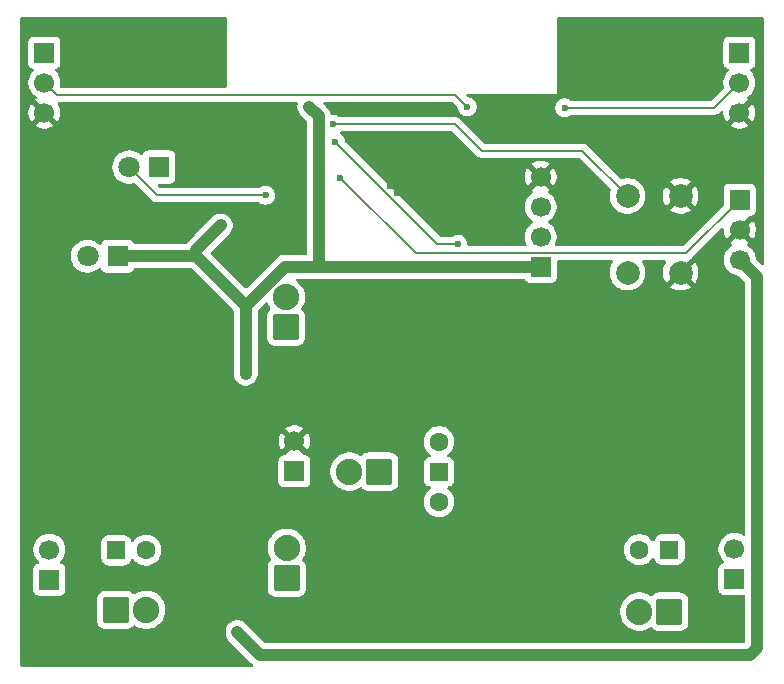
<source format=gbr>
%TF.GenerationSoftware,KiCad,Pcbnew,9.0.4*%
%TF.CreationDate,2025-09-05T01:37:03+09:00*%
%TF.ProjectId,ltr,6c74722e-6b69-4636-9164-5f7063625858,rev?*%
%TF.SameCoordinates,Original*%
%TF.FileFunction,Copper,L2,Bot*%
%TF.FilePolarity,Positive*%
%FSLAX46Y46*%
G04 Gerber Fmt 4.6, Leading zero omitted, Abs format (unit mm)*
G04 Created by KiCad (PCBNEW 9.0.4) date 2025-09-05 01:37:03*
%MOMM*%
%LPD*%
G01*
G04 APERTURE LIST*
G04 Aperture macros list*
%AMRoundRect*
0 Rectangle with rounded corners*
0 $1 Rounding radius*
0 $2 $3 $4 $5 $6 $7 $8 $9 X,Y pos of 4 corners*
0 Add a 4 corners polygon primitive as box body*
4,1,4,$2,$3,$4,$5,$6,$7,$8,$9,$2,$3,0*
0 Add four circle primitives for the rounded corners*
1,1,$1+$1,$2,$3*
1,1,$1+$1,$4,$5*
1,1,$1+$1,$6,$7*
1,1,$1+$1,$8,$9*
0 Add four rect primitives between the rounded corners*
20,1,$1+$1,$2,$3,$4,$5,0*
20,1,$1+$1,$4,$5,$6,$7,0*
20,1,$1+$1,$6,$7,$8,$9,0*
20,1,$1+$1,$8,$9,$2,$3,0*%
G04 Aperture macros list end*
%TA.AperFunction,ComponentPad*%
%ADD10RoundRect,0.250000X0.870000X-0.870000X0.870000X0.870000X-0.870000X0.870000X-0.870000X-0.870000X0*%
%TD*%
%TA.AperFunction,ComponentPad*%
%ADD11C,2.240000*%
%TD*%
%TA.AperFunction,ComponentPad*%
%ADD12R,1.700000X1.700000*%
%TD*%
%TA.AperFunction,ComponentPad*%
%ADD13C,1.700000*%
%TD*%
%TA.AperFunction,ComponentPad*%
%ADD14R,1.800000X1.800000*%
%TD*%
%TA.AperFunction,ComponentPad*%
%ADD15C,1.800000*%
%TD*%
%TA.AperFunction,HeatsinkPad*%
%ADD16C,0.600000*%
%TD*%
%TA.AperFunction,ComponentPad*%
%ADD17RoundRect,0.250000X-0.870000X-0.870000X0.870000X-0.870000X0.870000X0.870000X-0.870000X0.870000X0*%
%TD*%
%TA.AperFunction,ComponentPad*%
%ADD18R,1.500000X1.500000*%
%TD*%
%TA.AperFunction,ComponentPad*%
%ADD19C,1.600000*%
%TD*%
%TA.AperFunction,ComponentPad*%
%ADD20RoundRect,0.250000X0.870000X0.870000X-0.870000X0.870000X-0.870000X-0.870000X0.870000X-0.870000X0*%
%TD*%
%TA.AperFunction,ComponentPad*%
%ADD21RoundRect,0.250000X0.550000X0.550000X-0.550000X0.550000X-0.550000X-0.550000X0.550000X-0.550000X0*%
%TD*%
%TA.AperFunction,ComponentPad*%
%ADD22RoundRect,0.250000X-0.550000X-0.550000X0.550000X-0.550000X0.550000X0.550000X-0.550000X0.550000X0*%
%TD*%
%TA.AperFunction,ComponentPad*%
%ADD23C,2.000000*%
%TD*%
%TA.AperFunction,ViaPad*%
%ADD24C,0.600000*%
%TD*%
%TA.AperFunction,Conductor*%
%ADD25C,1.000000*%
%TD*%
%TA.AperFunction,Conductor*%
%ADD26C,0.200000*%
%TD*%
G04 APERTURE END LIST*
D10*
%TO.P,D7,1,K*%
%TO.N,+5V*%
X23100000Y-47990000D03*
D11*
%TO.P,D7,2,A*%
%TO.N,Net-(D7-A)*%
X23100000Y-45450000D03*
%TD*%
D12*
%TO.P,J3,1,Pin_1*%
%TO.N,+5V*%
X3000000Y-48140000D03*
D13*
%TO.P,J3,2,Pin_2*%
%TO.N,Net-(D2-K)*%
X3000000Y-45600000D03*
%TD*%
D14*
%TO.P,Q3,1,C*%
%TO.N,+3V3*%
X8770000Y-20755000D03*
D15*
%TO.P,Q3,2,E*%
%TO.N,IO5*%
X6230000Y-20755000D03*
%TD*%
D12*
%TO.P,J1,1,Pin_1*%
%TO.N,Vin_left*%
X2575000Y-3525000D03*
D13*
%TO.P,J1,2,Pin_2*%
%TO.N,IO0*%
X2575000Y-6065000D03*
%TO.P,J1,3,Pin_3*%
%TO.N,GND*%
X2575000Y-8605000D03*
%TD*%
D16*
%TO.P,U2,19,GND*%
%TO.N,GND*%
X31860000Y-13750000D03*
X31860000Y-14850000D03*
X32410000Y-13200000D03*
X32410000Y-14300000D03*
X32410000Y-15400000D03*
X32960000Y-13750000D03*
X32960000Y-14850000D03*
X33510000Y-13200000D03*
X33510000Y-14300000D03*
X33510000Y-15400000D03*
X34060000Y-13750000D03*
X34060000Y-14850000D03*
%TD*%
D12*
%TO.P,J4,1,Pin_1*%
%TO.N,+5V*%
X61000000Y-48090000D03*
D13*
%TO.P,J4,2,Pin_2*%
%TO.N,Net-(D4-K)*%
X61000000Y-45550000D03*
%TD*%
D17*
%TO.P,D1,1,K*%
%TO.N,+5V*%
X8660000Y-50700000D03*
D11*
%TO.P,D1,2,A*%
%TO.N,Net-(D1-A)*%
X11200000Y-50700000D03*
%TD*%
D18*
%TO.P,SW1,1,A*%
%TO.N,Net-(D5-K)*%
X36000000Y-39000000D03*
D19*
%TO.P,SW1,2,B*%
%TO.N,+9V*%
X36000000Y-36460000D03*
%TO.P,SW1,3,C*%
%TO.N,unconnected-(SW1-C-Pad3)*%
X36000000Y-41540000D03*
%TD*%
D12*
%TO.P,J11,1,Pin_1*%
%TO.N,IO6*%
X61450000Y-15975000D03*
D13*
%TO.P,J11,2,Pin_2*%
%TO.N,GND*%
X61450000Y-18515000D03*
%TO.P,J11,3,Pin_3*%
%TO.N,+5V*%
X61450000Y-21055000D03*
%TD*%
D20*
%TO.P,D5,1,K*%
%TO.N,Net-(D5-K)*%
X30930000Y-39000000D03*
D11*
%TO.P,D5,2,A*%
%TO.N,Net-(D5-A)*%
X28390000Y-39000000D03*
%TD*%
D21*
%TO.P,D4,1,K*%
%TO.N,Net-(D4-K)*%
X55500000Y-45600000D03*
D19*
%TO.P,D4,2,A*%
%TO.N,Net-(D3-A)*%
X52960000Y-45600000D03*
%TD*%
D20*
%TO.P,D3,1,K*%
%TO.N,+5V*%
X55490000Y-50850000D03*
D11*
%TO.P,D3,2,A*%
%TO.N,Net-(D3-A)*%
X52950000Y-50850000D03*
%TD*%
D22*
%TO.P,D2,1,K*%
%TO.N,Net-(D2-K)*%
X8650000Y-45650000D03*
D19*
%TO.P,D2,2,A*%
%TO.N,Net-(D1-A)*%
X11190000Y-45650000D03*
%TD*%
D14*
%TO.P,D8,1,K*%
%TO.N,Net-(D8-K)*%
X12275000Y-13205000D03*
D15*
%TO.P,D8,2,A*%
%TO.N,IO7*%
X9735000Y-13205000D03*
%TD*%
D23*
%TO.P,SW2,1,1*%
%TO.N,EN*%
X51950000Y-22150000D03*
X51950000Y-15650000D03*
%TO.P,SW2,2,2*%
%TO.N,GND*%
X56450000Y-22150000D03*
X56450000Y-15650000D03*
%TD*%
D12*
%TO.P,J5,1,Pin_1*%
%TO.N,Net-(D5-A)*%
X23750000Y-38975000D03*
D13*
%TO.P,J5,2,Pin_2*%
%TO.N,GND*%
X23750000Y-36435000D03*
%TD*%
D10*
%TO.P,D6,1,K*%
%TO.N,+3V3*%
X23025000Y-26765000D03*
D11*
%TO.P,D6,2,A*%
%TO.N,Net-(D6-A)*%
X23025000Y-24225000D03*
%TD*%
D12*
%TO.P,J6,1,Pin_1*%
%TO.N,+3V3*%
X44600000Y-21660000D03*
D13*
%TO.P,J6,2,Pin_2*%
%TO.N,IO20{slash}RXD*%
X44600000Y-19120000D03*
%TO.P,J6,3,Pin_3*%
%TO.N,IO21{slash}TXD*%
X44600000Y-16580000D03*
%TO.P,J6,4,Pin_4*%
%TO.N,GND*%
X44600000Y-14040000D03*
%TD*%
D12*
%TO.P,J2,1,Pin_1*%
%TO.N,Vin_right*%
X61425000Y-3525000D03*
D13*
%TO.P,J2,2,Pin_2*%
%TO.N,IO1*%
X61425000Y-6065000D03*
%TO.P,J2,3,Pin_3*%
%TO.N,GND*%
X61425000Y-8605000D03*
%TD*%
D24*
%TO.N,+5V*%
X51275000Y-54525000D03*
X18925000Y-52575000D03*
%TO.N,EN*%
X27025000Y-9600000D03*
%TO.N,GND*%
X62975000Y-12700000D03*
X43900000Y-48725000D03*
X47900000Y-43525000D03*
X37775000Y-49650000D03*
X37725000Y-52850000D03*
X16250000Y-9125000D03*
X47950000Y-48975000D03*
X47975000Y-51450000D03*
X7225000Y-15275000D03*
X32000000Y-51750000D03*
X43900000Y-46075000D03*
X37825000Y-28175000D03*
X31875000Y-24175000D03*
X43900000Y-51425000D03*
X15800000Y-17075000D03*
X4350000Y-15250000D03*
X26350000Y-52825000D03*
X19100000Y-21775000D03*
X47950000Y-46075000D03*
X37775000Y-32125000D03*
X26250000Y-32975000D03*
X32000000Y-30500000D03*
X8700000Y-32825000D03*
X875000Y-10850000D03*
X55525000Y-34275000D03*
X26400000Y-49600000D03*
X32025000Y-45725000D03*
X50425000Y-11275000D03*
X26200000Y-28550000D03*
X53800000Y-11300000D03*
X43950000Y-43525000D03*
X56800000Y-11300000D03*
X15100000Y-23150000D03*
%TO.N,+3V3*%
X19625000Y-30725000D03*
X25000000Y-8100000D03*
X17525000Y-18150000D03*
%TO.N,IO7*%
X21300000Y-15600000D03*
%TO.N,IO0*%
X38375000Y-8100000D03*
%TO.N,IO1*%
X46625000Y-8200000D03*
%TO.N,IO6*%
X27600000Y-14100000D03*
%TO.N,IO4*%
X37600000Y-19725000D03*
X27225000Y-11100000D03*
%TD*%
D25*
%TO.N,+5V*%
X20875000Y-54525000D02*
X18925000Y-52575000D01*
X62926000Y-22531000D02*
X61450000Y-21055000D01*
X62926000Y-53899000D02*
X62926000Y-22531000D01*
X51275000Y-54525000D02*
X62300000Y-54525000D01*
X51275000Y-54525000D02*
X20875000Y-54525000D01*
X62300000Y-54525000D02*
X62926000Y-53899000D01*
D26*
%TO.N,EN*%
X39600000Y-11825000D02*
X48125000Y-11825000D01*
X27025000Y-9600000D02*
X37375000Y-9600000D01*
X48125000Y-11825000D02*
X51950000Y-15650000D01*
X37375000Y-9600000D02*
X39600000Y-11825000D01*
D25*
%TO.N,+3V3*%
X15430000Y-20245000D02*
X17525000Y-18150000D01*
X22915000Y-21660000D02*
X25800000Y-21660000D01*
X25800000Y-21660000D02*
X44600000Y-21660000D01*
X25800000Y-21660000D02*
X25800000Y-8900000D01*
X8770000Y-20755000D02*
X15430000Y-20755000D01*
X15430000Y-20755000D02*
X15430000Y-20245000D01*
X19625000Y-24950000D02*
X22915000Y-21660000D01*
X19625000Y-30725000D02*
X19625000Y-24950000D01*
X25800000Y-8900000D02*
X25000000Y-8100000D01*
X15430000Y-20755000D02*
X19625000Y-24950000D01*
D26*
%TO.N,IO7*%
X12130000Y-15600000D02*
X21300000Y-15600000D01*
X9735000Y-13205000D02*
X12130000Y-15600000D01*
%TO.N,IO0*%
X3611000Y-7101000D02*
X37376000Y-7101000D01*
X37376000Y-7101000D02*
X38375000Y-8100000D01*
X2575000Y-6065000D02*
X3611000Y-7101000D01*
%TO.N,IO1*%
X59290000Y-8200000D02*
X46625000Y-8200000D01*
X61425000Y-6065000D02*
X59290000Y-8200000D01*
%TO.N,IO6*%
X61450000Y-15975000D02*
X56916000Y-20509000D01*
X34009000Y-20509000D02*
X27600000Y-14100000D01*
X56916000Y-20509000D02*
X34009000Y-20509000D01*
%TO.N,IO4*%
X37600000Y-19725000D02*
X35850000Y-19725000D01*
X35850000Y-19725000D02*
X27225000Y-11100000D01*
%TD*%
%TA.AperFunction,Conductor*%
%TO.N,GND*%
G36*
X17943039Y-520185D02*
G01*
X17988794Y-572989D01*
X18000000Y-624500D01*
X18000000Y-6376500D01*
X17980315Y-6443539D01*
X17927511Y-6489294D01*
X17876000Y-6500500D01*
X4018543Y-6500500D01*
X3951504Y-6480815D01*
X3905749Y-6428011D01*
X3895805Y-6358853D01*
X3896070Y-6357102D01*
X3925500Y-6171286D01*
X3925500Y-5958713D01*
X3892246Y-5748760D01*
X3892246Y-5748757D01*
X3826557Y-5546588D01*
X3730051Y-5357184D01*
X3730049Y-5357181D01*
X3730048Y-5357179D01*
X3605109Y-5185213D01*
X3491569Y-5071673D01*
X3458084Y-5010350D01*
X3463068Y-4940658D01*
X3504940Y-4884725D01*
X3535915Y-4867810D01*
X3667331Y-4818796D01*
X3782546Y-4732546D01*
X3868796Y-4617331D01*
X3919091Y-4482483D01*
X3925500Y-4422873D01*
X3925499Y-2627128D01*
X3919091Y-2567517D01*
X3868796Y-2432669D01*
X3868795Y-2432668D01*
X3868793Y-2432664D01*
X3782547Y-2317455D01*
X3782544Y-2317452D01*
X3667335Y-2231206D01*
X3667328Y-2231202D01*
X3532482Y-2180908D01*
X3532483Y-2180908D01*
X3472883Y-2174501D01*
X3472881Y-2174500D01*
X3472873Y-2174500D01*
X3472864Y-2174500D01*
X1677129Y-2174500D01*
X1677123Y-2174501D01*
X1617516Y-2180908D01*
X1482671Y-2231202D01*
X1482664Y-2231206D01*
X1367455Y-2317452D01*
X1367452Y-2317455D01*
X1281206Y-2432664D01*
X1281202Y-2432671D01*
X1230908Y-2567517D01*
X1224501Y-2627116D01*
X1224501Y-2627123D01*
X1224500Y-2627135D01*
X1224500Y-4422870D01*
X1224501Y-4422876D01*
X1230908Y-4482483D01*
X1281202Y-4617328D01*
X1281206Y-4617335D01*
X1367452Y-4732544D01*
X1367455Y-4732547D01*
X1482664Y-4818793D01*
X1482671Y-4818797D01*
X1614082Y-4867810D01*
X1670016Y-4909681D01*
X1694433Y-4975145D01*
X1679582Y-5043418D01*
X1658431Y-5071673D01*
X1544889Y-5185215D01*
X1419951Y-5357179D01*
X1323444Y-5546585D01*
X1257753Y-5748760D01*
X1224500Y-5958713D01*
X1224500Y-6171286D01*
X1257002Y-6376500D01*
X1257754Y-6381243D01*
X1312431Y-6549522D01*
X1323444Y-6583414D01*
X1419951Y-6772820D01*
X1544890Y-6944786D01*
X1695213Y-7095109D01*
X1867179Y-7220048D01*
X1867181Y-7220049D01*
X1867184Y-7220051D01*
X1876493Y-7224794D01*
X1927290Y-7272766D01*
X1944087Y-7340587D01*
X1921552Y-7406722D01*
X1876505Y-7445760D01*
X1867446Y-7450376D01*
X1867440Y-7450380D01*
X1813282Y-7489727D01*
X1813282Y-7489728D01*
X2445591Y-8122037D01*
X2382007Y-8139075D01*
X2267993Y-8204901D01*
X2174901Y-8297993D01*
X2109075Y-8412007D01*
X2092037Y-8475591D01*
X1459728Y-7843282D01*
X1459727Y-7843282D01*
X1420380Y-7897439D01*
X1323904Y-8086782D01*
X1258242Y-8288869D01*
X1258242Y-8288872D01*
X1225000Y-8498753D01*
X1225000Y-8711246D01*
X1258242Y-8921127D01*
X1258242Y-8921130D01*
X1323904Y-9123217D01*
X1420375Y-9312550D01*
X1459728Y-9366716D01*
X2092037Y-8734408D01*
X2109075Y-8797993D01*
X2174901Y-8912007D01*
X2267993Y-9005099D01*
X2382007Y-9070925D01*
X2445590Y-9087962D01*
X1813282Y-9720269D01*
X1813282Y-9720270D01*
X1867449Y-9759624D01*
X2056782Y-9856095D01*
X2258870Y-9921757D01*
X2468754Y-9955000D01*
X2681246Y-9955000D01*
X2891127Y-9921757D01*
X2891130Y-9921757D01*
X3093217Y-9856095D01*
X3282554Y-9759622D01*
X3336716Y-9720270D01*
X3336717Y-9720270D01*
X2704408Y-9087962D01*
X2767993Y-9070925D01*
X2882007Y-9005099D01*
X2975099Y-8912007D01*
X3040925Y-8797993D01*
X3057962Y-8734408D01*
X3690270Y-9366717D01*
X3690270Y-9366716D01*
X3729622Y-9312554D01*
X3826095Y-9123217D01*
X3891757Y-8921130D01*
X3891757Y-8921127D01*
X3925000Y-8711246D01*
X3925000Y-8498753D01*
X3891757Y-8288872D01*
X3891757Y-8288869D01*
X3826095Y-8086782D01*
X3729618Y-7897437D01*
X3727077Y-7893290D01*
X3728234Y-7892580D01*
X3706826Y-7832577D01*
X3722653Y-7764523D01*
X3772759Y-7715829D01*
X3830624Y-7701500D01*
X23908071Y-7701500D01*
X23975110Y-7721185D01*
X24020865Y-7773989D01*
X24030809Y-7843147D01*
X24029688Y-7849691D01*
X23999500Y-8001455D01*
X23999500Y-8198544D01*
X24037947Y-8391828D01*
X24037949Y-8391836D01*
X24113367Y-8573910D01*
X24113372Y-8573920D01*
X24222860Y-8737780D01*
X24222863Y-8737784D01*
X24763181Y-9278101D01*
X24796666Y-9339424D01*
X24799500Y-9365782D01*
X24799500Y-20535500D01*
X24779815Y-20602539D01*
X24727011Y-20648294D01*
X24675500Y-20659500D01*
X23019675Y-20659500D01*
X23019655Y-20659499D01*
X23013541Y-20659499D01*
X22816460Y-20659499D01*
X22816457Y-20659499D01*
X22623172Y-20697946D01*
X22623164Y-20697948D01*
X22441088Y-20773366D01*
X22441079Y-20773371D01*
X22277219Y-20882859D01*
X22277215Y-20882862D01*
X19712680Y-23447398D01*
X19651357Y-23480883D01*
X19581665Y-23475899D01*
X19537318Y-23447398D01*
X16677601Y-20587681D01*
X16644116Y-20526358D01*
X16649100Y-20456666D01*
X16677601Y-20412319D01*
X17451507Y-19638414D01*
X18302139Y-18787782D01*
X18411631Y-18623915D01*
X18487051Y-18441836D01*
X18525500Y-18248541D01*
X18525500Y-18051460D01*
X18525500Y-18051457D01*
X18525499Y-18051455D01*
X18507404Y-17960486D01*
X18487051Y-17858165D01*
X18411631Y-17676086D01*
X18411630Y-17676085D01*
X18411627Y-17676079D01*
X18302139Y-17512219D01*
X18302136Y-17512215D01*
X18162784Y-17372863D01*
X18162780Y-17372860D01*
X17998920Y-17263372D01*
X17998911Y-17263367D01*
X17816835Y-17187949D01*
X17816827Y-17187947D01*
X17623543Y-17149500D01*
X17623540Y-17149500D01*
X17426459Y-17149500D01*
X17426456Y-17149500D01*
X17233171Y-17187947D01*
X17233163Y-17187949D01*
X17051087Y-17263367D01*
X17051078Y-17263372D01*
X16887218Y-17372860D01*
X16887214Y-17372863D01*
X15304818Y-18955261D01*
X14792220Y-19467859D01*
X14792218Y-19467861D01*
X14722538Y-19537540D01*
X14652859Y-19607219D01*
X14652857Y-19607222D01*
X14591273Y-19699390D01*
X14537661Y-19744196D01*
X14488171Y-19754500D01*
X10252791Y-19754500D01*
X10185752Y-19734815D01*
X10139997Y-19682011D01*
X10136609Y-19673833D01*
X10113797Y-19612671D01*
X10113793Y-19612664D01*
X10027547Y-19497455D01*
X10027544Y-19497452D01*
X9912335Y-19411206D01*
X9912328Y-19411202D01*
X9777482Y-19360908D01*
X9777483Y-19360908D01*
X9717883Y-19354501D01*
X9717881Y-19354500D01*
X9717873Y-19354500D01*
X9717864Y-19354500D01*
X7822129Y-19354500D01*
X7822123Y-19354501D01*
X7762516Y-19360908D01*
X7627671Y-19411202D01*
X7627664Y-19411206D01*
X7512455Y-19497452D01*
X7512452Y-19497455D01*
X7426206Y-19612664D01*
X7426203Y-19612669D01*
X7396398Y-19692581D01*
X7354526Y-19748514D01*
X7289062Y-19772931D01*
X7220789Y-19758079D01*
X7192535Y-19736928D01*
X7142363Y-19686756D01*
X7142358Y-19686752D01*
X6964025Y-19557187D01*
X6964024Y-19557186D01*
X6964022Y-19557185D01*
X6846791Y-19497452D01*
X6767606Y-19457104D01*
X6767603Y-19457103D01*
X6557952Y-19388985D01*
X6449086Y-19371742D01*
X6340222Y-19354500D01*
X6119778Y-19354500D01*
X6047201Y-19365995D01*
X5902047Y-19388985D01*
X5692396Y-19457103D01*
X5692393Y-19457104D01*
X5495974Y-19557187D01*
X5317641Y-19686752D01*
X5317636Y-19686756D01*
X5161756Y-19842636D01*
X5161752Y-19842641D01*
X5032187Y-20020974D01*
X4932104Y-20217393D01*
X4932103Y-20217396D01*
X4863985Y-20427047D01*
X4838649Y-20587011D01*
X4829500Y-20644778D01*
X4829500Y-20865222D01*
X4832294Y-20882860D01*
X4863985Y-21082952D01*
X4932103Y-21292603D01*
X4932104Y-21292606D01*
X4972171Y-21371239D01*
X5026517Y-21477899D01*
X5032187Y-21489025D01*
X5161752Y-21667358D01*
X5161756Y-21667363D01*
X5317636Y-21823243D01*
X5317641Y-21823247D01*
X5419606Y-21897328D01*
X5495978Y-21952815D01*
X5624375Y-22018237D01*
X5692393Y-22052895D01*
X5692396Y-22052896D01*
X5791525Y-22085104D01*
X5902049Y-22121015D01*
X6119778Y-22155500D01*
X6119779Y-22155500D01*
X6340221Y-22155500D01*
X6340222Y-22155500D01*
X6557951Y-22121015D01*
X6767606Y-22052895D01*
X6964022Y-21952815D01*
X7142365Y-21823242D01*
X7192536Y-21773070D01*
X7253857Y-21739586D01*
X7323548Y-21744570D01*
X7379482Y-21786441D01*
X7396398Y-21817419D01*
X7426202Y-21897328D01*
X7426206Y-21897335D01*
X7512452Y-22012544D01*
X7512455Y-22012547D01*
X7627664Y-22098793D01*
X7627671Y-22098797D01*
X7762517Y-22149091D01*
X7762516Y-22149091D01*
X7769444Y-22149835D01*
X7822127Y-22155500D01*
X9717872Y-22155499D01*
X9777483Y-22149091D01*
X9912331Y-22098796D01*
X10027546Y-22012546D01*
X10113796Y-21897331D01*
X10136609Y-21836167D01*
X10178480Y-21780233D01*
X10243944Y-21755816D01*
X10252791Y-21755500D01*
X14964218Y-21755500D01*
X15031257Y-21775185D01*
X15051899Y-21791819D01*
X18588181Y-25328101D01*
X18621666Y-25389424D01*
X18624500Y-25415781D01*
X18624500Y-30823541D01*
X18624500Y-30823543D01*
X18624499Y-30823543D01*
X18662947Y-31016829D01*
X18662950Y-31016839D01*
X18738364Y-31198907D01*
X18738371Y-31198920D01*
X18847860Y-31362781D01*
X18847863Y-31362785D01*
X18987214Y-31502136D01*
X18987218Y-31502139D01*
X19151079Y-31611628D01*
X19151092Y-31611635D01*
X19333160Y-31687049D01*
X19333165Y-31687051D01*
X19333169Y-31687051D01*
X19333170Y-31687052D01*
X19526456Y-31725500D01*
X19526459Y-31725500D01*
X19723543Y-31725500D01*
X19853582Y-31699632D01*
X19916835Y-31687051D01*
X20098914Y-31611632D01*
X20262782Y-31502139D01*
X20402139Y-31362782D01*
X20511632Y-31198914D01*
X20587051Y-31016835D01*
X20625500Y-30823541D01*
X20625500Y-25415781D01*
X20645185Y-25348742D01*
X20661815Y-25328104D01*
X21286864Y-24703054D01*
X21348185Y-24669571D01*
X21417876Y-24674555D01*
X21473810Y-24716426D01*
X21492474Y-24752418D01*
X21523225Y-24847060D01*
X21639024Y-25074327D01*
X21692614Y-25148087D01*
X21716094Y-25213894D01*
X21700269Y-25281948D01*
X21679978Y-25308654D01*
X21562287Y-25426345D01*
X21470187Y-25575663D01*
X21470186Y-25575666D01*
X21415001Y-25742203D01*
X21415001Y-25742204D01*
X21415000Y-25742204D01*
X21404500Y-25844983D01*
X21404500Y-27685001D01*
X21404501Y-27685018D01*
X21415000Y-27787796D01*
X21415001Y-27787799D01*
X21470185Y-27954331D01*
X21470186Y-27954334D01*
X21562288Y-28103656D01*
X21686344Y-28227712D01*
X21835666Y-28319814D01*
X22002203Y-28374999D01*
X22104991Y-28385500D01*
X23945008Y-28385499D01*
X24047797Y-28374999D01*
X24214334Y-28319814D01*
X24363656Y-28227712D01*
X24487712Y-28103656D01*
X24579814Y-27954334D01*
X24634999Y-27787797D01*
X24645500Y-27685009D01*
X24645499Y-25844992D01*
X24634999Y-25742203D01*
X24579814Y-25575666D01*
X24487712Y-25426344D01*
X24370022Y-25308654D01*
X24336537Y-25247331D01*
X24341521Y-25177639D01*
X24357386Y-25148087D01*
X24410973Y-25074331D01*
X24410972Y-25074331D01*
X24410976Y-25074327D01*
X24526776Y-24847056D01*
X24605598Y-24604468D01*
X24613658Y-24553578D01*
X24645500Y-24352541D01*
X24645500Y-24097458D01*
X24605598Y-23845531D01*
X24530223Y-23613553D01*
X24526776Y-23602944D01*
X24526774Y-23602941D01*
X24526774Y-23602939D01*
X24462044Y-23475899D01*
X24410976Y-23375673D01*
X24261048Y-23169315D01*
X24080685Y-22988952D01*
X23937357Y-22884818D01*
X23894692Y-22829488D01*
X23888713Y-22759874D01*
X23921319Y-22698079D01*
X23982158Y-22663722D01*
X24010243Y-22660500D01*
X25701459Y-22660500D01*
X25898541Y-22660500D01*
X43185859Y-22660500D01*
X43252898Y-22680185D01*
X43298653Y-22732989D01*
X43302030Y-22741140D01*
X43306204Y-22752331D01*
X43306205Y-22752332D01*
X43306206Y-22752335D01*
X43392452Y-22867544D01*
X43392455Y-22867547D01*
X43507664Y-22953793D01*
X43507671Y-22953797D01*
X43642517Y-23004091D01*
X43642516Y-23004091D01*
X43649444Y-23004835D01*
X43702127Y-23010500D01*
X45497872Y-23010499D01*
X45557483Y-23004091D01*
X45692331Y-22953796D01*
X45807546Y-22867546D01*
X45893796Y-22752331D01*
X45944091Y-22617483D01*
X45950500Y-22557873D01*
X45950499Y-21233499D01*
X45970184Y-21166461D01*
X46022987Y-21120706D01*
X46074499Y-21109500D01*
X50607884Y-21109500D01*
X50674923Y-21129185D01*
X50720678Y-21181989D01*
X50730622Y-21251147D01*
X50708202Y-21306386D01*
X50666657Y-21363566D01*
X50559433Y-21574003D01*
X50486446Y-21798631D01*
X50449500Y-22031902D01*
X50449500Y-22268097D01*
X50486446Y-22501368D01*
X50559433Y-22725996D01*
X50631556Y-22867544D01*
X50666657Y-22936433D01*
X50805483Y-23127510D01*
X50972490Y-23294517D01*
X51163567Y-23433343D01*
X51191152Y-23447398D01*
X51374003Y-23540566D01*
X51374005Y-23540566D01*
X51374008Y-23540568D01*
X51494412Y-23579689D01*
X51598631Y-23613553D01*
X51831903Y-23650500D01*
X51831908Y-23650500D01*
X52068097Y-23650500D01*
X52301368Y-23613553D01*
X52334034Y-23602939D01*
X52525992Y-23540568D01*
X52736433Y-23433343D01*
X52927510Y-23294517D01*
X53094517Y-23127510D01*
X53233343Y-22936433D01*
X53340568Y-22725992D01*
X53413553Y-22501368D01*
X53424799Y-22430362D01*
X53450500Y-22268097D01*
X53450500Y-22031902D01*
X53413553Y-21798631D01*
X53340566Y-21574003D01*
X53237252Y-21371239D01*
X53233343Y-21363567D01*
X53191797Y-21306384D01*
X53168318Y-21240580D01*
X53184143Y-21172526D01*
X53234249Y-21123831D01*
X53292116Y-21109500D01*
X55108502Y-21109500D01*
X55175541Y-21129185D01*
X55221296Y-21181989D01*
X55231240Y-21251147D01*
X55208820Y-21306386D01*
X55167085Y-21363828D01*
X55059897Y-21574197D01*
X54986934Y-21798752D01*
X54950000Y-22031947D01*
X54950000Y-22268052D01*
X54986934Y-22501247D01*
X55059897Y-22725802D01*
X55167087Y-22936174D01*
X55227338Y-23019104D01*
X55227340Y-23019105D01*
X55926212Y-22320233D01*
X55937482Y-22362292D01*
X56009890Y-22487708D01*
X56112292Y-22590110D01*
X56237708Y-22662518D01*
X56279765Y-22673787D01*
X55580893Y-23372658D01*
X55663828Y-23432914D01*
X55874197Y-23540102D01*
X56098752Y-23613065D01*
X56098751Y-23613065D01*
X56331948Y-23650000D01*
X56568052Y-23650000D01*
X56801247Y-23613065D01*
X57025802Y-23540102D01*
X57236163Y-23432918D01*
X57236169Y-23432914D01*
X57319104Y-23372658D01*
X57319105Y-23372658D01*
X56620233Y-22673787D01*
X56662292Y-22662518D01*
X56787708Y-22590110D01*
X56890110Y-22487708D01*
X56962518Y-22362292D01*
X56973787Y-22320234D01*
X57672658Y-23019105D01*
X57672658Y-23019104D01*
X57732914Y-22936169D01*
X57732918Y-22936163D01*
X57840102Y-22725802D01*
X57913065Y-22501247D01*
X57950000Y-22268052D01*
X57950000Y-22031947D01*
X57913065Y-21798752D01*
X57840102Y-21574197D01*
X57732914Y-21363828D01*
X57672658Y-21280894D01*
X57672658Y-21280893D01*
X56973787Y-21979765D01*
X56962518Y-21937708D01*
X56890110Y-21812292D01*
X56787708Y-21709890D01*
X56662292Y-21637482D01*
X56620233Y-21626212D01*
X57207420Y-21039024D01*
X57233089Y-21019326D01*
X57284716Y-20989520D01*
X57396520Y-20877716D01*
X57396520Y-20877714D01*
X57406728Y-20867507D01*
X57406730Y-20867504D01*
X59888321Y-18385912D01*
X59949642Y-18352429D01*
X60019334Y-18357413D01*
X60075267Y-18399285D01*
X60099684Y-18464749D01*
X60100000Y-18473595D01*
X60100000Y-18621246D01*
X60133242Y-18831127D01*
X60133242Y-18831130D01*
X60198904Y-19033217D01*
X60295375Y-19222550D01*
X60334728Y-19276716D01*
X60967037Y-18644408D01*
X60984075Y-18707993D01*
X61049901Y-18822007D01*
X61142993Y-18915099D01*
X61257007Y-18980925D01*
X61320590Y-18997962D01*
X60688282Y-19630269D01*
X60688282Y-19630270D01*
X60742452Y-19669626D01*
X60742451Y-19669626D01*
X60751495Y-19674234D01*
X60802292Y-19722208D01*
X60819087Y-19790029D01*
X60796550Y-19856164D01*
X60751499Y-19895202D01*
X60742182Y-19899949D01*
X60570213Y-20024890D01*
X60419890Y-20175213D01*
X60294951Y-20347179D01*
X60198444Y-20536585D01*
X60198443Y-20536587D01*
X60198443Y-20536588D01*
X60181842Y-20587681D01*
X60132753Y-20738760D01*
X60112724Y-20865221D01*
X60099500Y-20948713D01*
X60099500Y-21161287D01*
X60101280Y-21172526D01*
X60131579Y-21363828D01*
X60132754Y-21371243D01*
X60138919Y-21390218D01*
X60198444Y-21573414D01*
X60294951Y-21762820D01*
X60419890Y-21934786D01*
X60570213Y-22085109D01*
X60742179Y-22210048D01*
X60742181Y-22210049D01*
X60742184Y-22210051D01*
X60931588Y-22306557D01*
X61133757Y-22372246D01*
X61343713Y-22405500D01*
X61343714Y-22405500D01*
X61348525Y-22406262D01*
X61348357Y-22407321D01*
X61408829Y-22430362D01*
X61421503Y-22441423D01*
X61889181Y-22909101D01*
X61922666Y-22970424D01*
X61925500Y-22996782D01*
X61925500Y-44309741D01*
X61905815Y-44376780D01*
X61853011Y-44422535D01*
X61783853Y-44432479D01*
X61728616Y-44410060D01*
X61707819Y-44394950D01*
X61518414Y-44298444D01*
X61518413Y-44298443D01*
X61518412Y-44298443D01*
X61316243Y-44232754D01*
X61316241Y-44232753D01*
X61316240Y-44232753D01*
X61154957Y-44207208D01*
X61106287Y-44199500D01*
X60893713Y-44199500D01*
X60845042Y-44207208D01*
X60683760Y-44232753D01*
X60481585Y-44298444D01*
X60292179Y-44394951D01*
X60120213Y-44519890D01*
X59969890Y-44670213D01*
X59844951Y-44842179D01*
X59748444Y-45031585D01*
X59682753Y-45233760D01*
X59674834Y-45283759D01*
X59649500Y-45443713D01*
X59649500Y-45656287D01*
X59682754Y-45866243D01*
X59740418Y-46043715D01*
X59748444Y-46068414D01*
X59844951Y-46257820D01*
X59969890Y-46429786D01*
X60083430Y-46543326D01*
X60116915Y-46604649D01*
X60111931Y-46674341D01*
X60070059Y-46730274D01*
X60039083Y-46747189D01*
X59907669Y-46796203D01*
X59907664Y-46796206D01*
X59792455Y-46882452D01*
X59792452Y-46882455D01*
X59706206Y-46997664D01*
X59706202Y-46997671D01*
X59655908Y-47132517D01*
X59649501Y-47192116D01*
X59649500Y-47192135D01*
X59649500Y-48987870D01*
X59649501Y-48987876D01*
X59655908Y-49047483D01*
X59706202Y-49182328D01*
X59706206Y-49182335D01*
X59792452Y-49297544D01*
X59792455Y-49297547D01*
X59907664Y-49383793D01*
X59907671Y-49383797D01*
X60042517Y-49434091D01*
X60042516Y-49434091D01*
X60049444Y-49434835D01*
X60102127Y-49440500D01*
X61801500Y-49440499D01*
X61868539Y-49460184D01*
X61914294Y-49512987D01*
X61925500Y-49564499D01*
X61925500Y-53400500D01*
X61905815Y-53467539D01*
X61853011Y-53513294D01*
X61801500Y-53524500D01*
X21340783Y-53524500D01*
X21273744Y-53504815D01*
X21253102Y-53488181D01*
X19562784Y-51797863D01*
X19562780Y-51797860D01*
X19398920Y-51688372D01*
X19398910Y-51688367D01*
X19216836Y-51612949D01*
X19216828Y-51612947D01*
X19023543Y-51574500D01*
X19023540Y-51574500D01*
X18826460Y-51574500D01*
X18826457Y-51574500D01*
X18633171Y-51612947D01*
X18633163Y-51612949D01*
X18451089Y-51688367D01*
X18451079Y-51688372D01*
X18287219Y-51797860D01*
X18287215Y-51797863D01*
X18147863Y-51937215D01*
X18147860Y-51937219D01*
X18038372Y-52101079D01*
X18038367Y-52101089D01*
X17962949Y-52283163D01*
X17962947Y-52283171D01*
X17924500Y-52476455D01*
X17924500Y-52673544D01*
X17962947Y-52866828D01*
X17962949Y-52866836D01*
X18038367Y-53048910D01*
X18038372Y-53048920D01*
X18147860Y-53212780D01*
X18147863Y-53212784D01*
X19675499Y-54740420D01*
X20097860Y-55162781D01*
X20097861Y-55162782D01*
X20222898Y-55287819D01*
X20256382Y-55349142D01*
X20251398Y-55418834D01*
X20209526Y-55474767D01*
X20144062Y-55499184D01*
X20135216Y-55499500D01*
X624500Y-55499500D01*
X557461Y-55479815D01*
X511706Y-55427011D01*
X500500Y-55375500D01*
X500500Y-49779983D01*
X7039500Y-49779983D01*
X7039500Y-51620001D01*
X7039501Y-51620018D01*
X7050000Y-51722796D01*
X7050001Y-51722799D01*
X7105185Y-51889331D01*
X7105187Y-51889336D01*
X7140069Y-51945888D01*
X7197288Y-52038656D01*
X7321344Y-52162712D01*
X7470666Y-52254814D01*
X7637203Y-52309999D01*
X7739991Y-52320500D01*
X9580008Y-52320499D01*
X9682797Y-52309999D01*
X9849334Y-52254814D01*
X9998656Y-52162712D01*
X10116348Y-52045019D01*
X10177667Y-52011537D01*
X10247359Y-52016521D01*
X10276908Y-52032383D01*
X10350673Y-52085976D01*
X10458050Y-52140687D01*
X10577939Y-52201774D01*
X10577941Y-52201774D01*
X10577944Y-52201776D01*
X10683191Y-52235973D01*
X10820531Y-52280598D01*
X11072459Y-52320500D01*
X11072464Y-52320500D01*
X11327541Y-52320500D01*
X11579468Y-52280598D01*
X11822056Y-52201776D01*
X12049327Y-52085976D01*
X12255685Y-51936048D01*
X12436048Y-51755685D01*
X12585976Y-51549327D01*
X12701776Y-51322056D01*
X12780598Y-51079468D01*
X12796742Y-50977541D01*
X12820500Y-50827541D01*
X12820500Y-50722458D01*
X51329500Y-50722458D01*
X51329500Y-50977541D01*
X51369401Y-51229468D01*
X51448225Y-51472060D01*
X51523609Y-51620008D01*
X51564024Y-51699327D01*
X51713952Y-51905685D01*
X51894315Y-52086048D01*
X52100673Y-52235976D01*
X52137641Y-52254812D01*
X52327939Y-52351774D01*
X52327941Y-52351774D01*
X52327944Y-52351776D01*
X52457976Y-52394026D01*
X52570531Y-52430598D01*
X52822459Y-52470500D01*
X52822464Y-52470500D01*
X53077541Y-52470500D01*
X53329468Y-52430598D01*
X53572056Y-52351776D01*
X53799327Y-52235976D01*
X53873087Y-52182385D01*
X53938893Y-52158905D01*
X54006947Y-52174730D01*
X54033654Y-52195022D01*
X54151344Y-52312712D01*
X54300666Y-52404814D01*
X54467203Y-52459999D01*
X54569991Y-52470500D01*
X56410008Y-52470499D01*
X56512797Y-52459999D01*
X56679334Y-52404814D01*
X56828656Y-52312712D01*
X56952712Y-52188656D01*
X57044814Y-52039334D01*
X57099999Y-51872797D01*
X57110500Y-51770009D01*
X57110499Y-49929992D01*
X57102396Y-49850673D01*
X57099999Y-49827203D01*
X57099998Y-49827200D01*
X57050294Y-49677204D01*
X57044814Y-49660666D01*
X56952712Y-49511344D01*
X56828656Y-49387288D01*
X56733598Y-49328656D01*
X56679336Y-49295187D01*
X56679331Y-49295185D01*
X56677862Y-49294698D01*
X56512797Y-49240001D01*
X56512795Y-49240000D01*
X56410010Y-49229500D01*
X54569998Y-49229500D01*
X54569981Y-49229501D01*
X54467203Y-49240000D01*
X54467200Y-49240001D01*
X54300668Y-49295185D01*
X54300663Y-49295187D01*
X54151345Y-49387287D01*
X54033654Y-49504978D01*
X53972331Y-49538462D01*
X53902639Y-49533478D01*
X53873089Y-49517615D01*
X53799327Y-49464024D01*
X53758138Y-49443037D01*
X53572060Y-49348225D01*
X53329468Y-49269401D01*
X53077541Y-49229500D01*
X53077536Y-49229500D01*
X52822464Y-49229500D01*
X52822459Y-49229500D01*
X52570531Y-49269401D01*
X52327939Y-49348225D01*
X52100672Y-49464024D01*
X52005078Y-49533478D01*
X51894315Y-49613952D01*
X51894313Y-49613954D01*
X51894312Y-49613954D01*
X51713954Y-49794312D01*
X51713954Y-49794313D01*
X51713952Y-49794315D01*
X51649563Y-49882938D01*
X51564024Y-50000672D01*
X51448225Y-50227939D01*
X51369401Y-50470531D01*
X51329500Y-50722458D01*
X12820500Y-50722458D01*
X12820500Y-50572458D01*
X12780598Y-50320531D01*
X12701774Y-50077939D01*
X12585975Y-49850672D01*
X12568924Y-49827203D01*
X12436048Y-49644315D01*
X12255685Y-49463952D01*
X12049327Y-49314024D01*
X12016983Y-49297544D01*
X11822060Y-49198225D01*
X11579468Y-49119401D01*
X11327541Y-49079500D01*
X11327536Y-49079500D01*
X11072464Y-49079500D01*
X11072459Y-49079500D01*
X10820531Y-49119401D01*
X10577939Y-49198225D01*
X10350674Y-49314023D01*
X10350672Y-49314024D01*
X10276910Y-49367615D01*
X10211104Y-49391094D01*
X10143050Y-49375268D01*
X10116345Y-49354977D01*
X9998657Y-49237289D01*
X9998656Y-49237288D01*
X9849334Y-49145186D01*
X9682797Y-49090001D01*
X9682795Y-49090000D01*
X9580010Y-49079500D01*
X7739998Y-49079500D01*
X7739981Y-49079501D01*
X7637203Y-49090000D01*
X7637200Y-49090001D01*
X7470668Y-49145185D01*
X7470663Y-49145187D01*
X7321342Y-49237289D01*
X7197289Y-49361342D01*
X7105187Y-49510663D01*
X7105185Y-49510668D01*
X7097627Y-49533478D01*
X7050001Y-49677203D01*
X7050001Y-49677204D01*
X7050000Y-49677204D01*
X7039500Y-49779983D01*
X500500Y-49779983D01*
X500500Y-45493713D01*
X1649500Y-45493713D01*
X1649500Y-45706286D01*
X1674834Y-45866243D01*
X1682754Y-45916243D01*
X1733382Y-46072060D01*
X1748444Y-46118414D01*
X1844951Y-46307820D01*
X1969890Y-46479786D01*
X2083430Y-46593326D01*
X2116915Y-46654649D01*
X2111931Y-46724341D01*
X2070059Y-46780274D01*
X2039083Y-46797189D01*
X1907669Y-46846203D01*
X1907664Y-46846206D01*
X1792455Y-46932452D01*
X1792452Y-46932455D01*
X1706206Y-47047664D01*
X1706202Y-47047671D01*
X1655908Y-47182517D01*
X1649501Y-47242116D01*
X1649501Y-47242123D01*
X1649500Y-47242135D01*
X1649500Y-49037870D01*
X1649501Y-49037876D01*
X1655908Y-49097483D01*
X1706202Y-49232328D01*
X1706206Y-49232335D01*
X1792452Y-49347544D01*
X1792455Y-49347547D01*
X1907664Y-49433793D01*
X1907671Y-49433797D01*
X2042517Y-49484091D01*
X2042516Y-49484091D01*
X2049444Y-49484835D01*
X2102127Y-49490500D01*
X3897872Y-49490499D01*
X3957483Y-49484091D01*
X4092331Y-49433796D01*
X4207546Y-49347546D01*
X4293796Y-49232331D01*
X4344091Y-49097483D01*
X4350500Y-49037873D01*
X4350499Y-47242128D01*
X4344091Y-47182517D01*
X4325442Y-47132517D01*
X4293797Y-47047671D01*
X4293793Y-47047664D01*
X4207547Y-46932455D01*
X4207544Y-46932452D01*
X4092335Y-46846206D01*
X4092328Y-46846202D01*
X3960917Y-46797189D01*
X3904983Y-46755318D01*
X3880566Y-46689853D01*
X3895418Y-46621580D01*
X3916563Y-46593332D01*
X4030104Y-46479792D01*
X4053773Y-46447215D01*
X4155048Y-46307820D01*
X4155047Y-46307820D01*
X4155051Y-46307816D01*
X4251557Y-46118412D01*
X4317246Y-45916243D01*
X4350500Y-45706287D01*
X4350500Y-45493713D01*
X4317246Y-45283757D01*
X4251557Y-45081588D01*
X4235453Y-45049983D01*
X7349500Y-45049983D01*
X7349500Y-46250001D01*
X7349501Y-46250018D01*
X7360000Y-46352796D01*
X7360001Y-46352799D01*
X7415185Y-46519331D01*
X7415187Y-46519336D01*
X7424476Y-46534396D01*
X7507288Y-46668656D01*
X7631344Y-46792712D01*
X7780666Y-46884814D01*
X7947203Y-46939999D01*
X8049991Y-46950500D01*
X9250008Y-46950499D01*
X9352797Y-46939999D01*
X9519334Y-46884814D01*
X9668656Y-46792712D01*
X9792712Y-46668656D01*
X9884814Y-46519334D01*
X9911955Y-46437427D01*
X9951726Y-46379984D01*
X10016242Y-46353161D01*
X10085018Y-46365476D01*
X10129977Y-46403547D01*
X10155659Y-46438894D01*
X10198034Y-46497219D01*
X10342786Y-46641971D01*
X10481114Y-46742470D01*
X10508390Y-46762287D01*
X10592647Y-46805218D01*
X10690776Y-46855218D01*
X10690778Y-46855218D01*
X10690781Y-46855220D01*
X10774599Y-46882454D01*
X10885465Y-46918477D01*
X10973699Y-46932452D01*
X11087648Y-46950500D01*
X11087649Y-46950500D01*
X11292351Y-46950500D01*
X11292352Y-46950500D01*
X11494534Y-46918477D01*
X11689219Y-46855220D01*
X11871610Y-46762287D01*
X11971308Y-46689853D01*
X12037213Y-46641971D01*
X12037215Y-46641968D01*
X12037219Y-46641966D01*
X12181966Y-46497219D01*
X12181968Y-46497215D01*
X12181971Y-46497213D01*
X12261733Y-46387428D01*
X12302287Y-46331610D01*
X12395220Y-46149219D01*
X12458477Y-45954534D01*
X12490500Y-45752352D01*
X12490500Y-45547648D01*
X12458477Y-45345466D01*
X12451001Y-45322458D01*
X21479500Y-45322458D01*
X21479500Y-45577541D01*
X21519401Y-45829468D01*
X21598225Y-46072060D01*
X21688891Y-46250001D01*
X21714024Y-46299327D01*
X21753418Y-46353549D01*
X21767614Y-46373087D01*
X21791094Y-46438894D01*
X21775269Y-46506948D01*
X21754978Y-46533654D01*
X21637287Y-46651345D01*
X21545187Y-46800663D01*
X21545185Y-46800668D01*
X21522716Y-46868477D01*
X21490001Y-46967203D01*
X21490001Y-46967204D01*
X21490000Y-46967204D01*
X21479500Y-47069983D01*
X21479500Y-48910001D01*
X21479501Y-48910018D01*
X21490000Y-49012796D01*
X21490001Y-49012799D01*
X21545185Y-49179331D01*
X21545187Y-49179336D01*
X21547037Y-49182335D01*
X21637288Y-49328656D01*
X21761344Y-49452712D01*
X21910666Y-49544814D01*
X22077203Y-49599999D01*
X22179991Y-49610500D01*
X24020008Y-49610499D01*
X24122797Y-49599999D01*
X24289334Y-49544814D01*
X24438656Y-49452712D01*
X24562712Y-49328656D01*
X24654814Y-49179334D01*
X24709999Y-49012797D01*
X24720500Y-48910009D01*
X24720499Y-47069992D01*
X24709999Y-46967203D01*
X24654814Y-46800666D01*
X24562712Y-46651344D01*
X24445022Y-46533654D01*
X24411537Y-46472331D01*
X24416521Y-46402639D01*
X24432386Y-46373087D01*
X24447128Y-46352796D01*
X24485976Y-46299327D01*
X24601776Y-46072056D01*
X24680598Y-45829468D01*
X24700108Y-45706286D01*
X24720500Y-45577541D01*
X24720500Y-45497648D01*
X51659500Y-45497648D01*
X51659500Y-45702351D01*
X51691522Y-45904534D01*
X51754781Y-46099223D01*
X51806135Y-46200009D01*
X51835591Y-46257820D01*
X51847715Y-46281613D01*
X51968028Y-46447213D01*
X52112786Y-46591971D01*
X52226161Y-46674341D01*
X52278390Y-46712287D01*
X52394607Y-46771503D01*
X52460776Y-46805218D01*
X52460778Y-46805218D01*
X52460781Y-46805220D01*
X52551856Y-46834812D01*
X52655465Y-46868477D01*
X52743699Y-46882452D01*
X52857648Y-46900500D01*
X52857649Y-46900500D01*
X53062351Y-46900500D01*
X53062352Y-46900500D01*
X53264534Y-46868477D01*
X53459219Y-46805220D01*
X53641610Y-46712287D01*
X53734590Y-46644732D01*
X53807213Y-46591971D01*
X53807215Y-46591968D01*
X53807219Y-46591966D01*
X53951966Y-46447219D01*
X54020021Y-46353547D01*
X54075349Y-46310882D01*
X54144963Y-46304902D01*
X54206758Y-46337507D01*
X54238044Y-46387427D01*
X54257856Y-46447215D01*
X54265186Y-46469333D01*
X54265187Y-46469336D01*
X54288386Y-46506948D01*
X54357288Y-46618656D01*
X54481344Y-46742712D01*
X54630666Y-46834814D01*
X54797203Y-46889999D01*
X54899991Y-46900500D01*
X56100008Y-46900499D01*
X56202797Y-46889999D01*
X56369334Y-46834814D01*
X56518656Y-46742712D01*
X56642712Y-46618656D01*
X56734814Y-46469334D01*
X56789999Y-46302797D01*
X56800500Y-46200009D01*
X56800499Y-44999992D01*
X56797270Y-44968386D01*
X56789999Y-44897203D01*
X56789998Y-44897200D01*
X56767047Y-44827939D01*
X56734814Y-44730666D01*
X56642712Y-44581344D01*
X56518656Y-44457288D01*
X56369334Y-44365186D01*
X56202797Y-44310001D01*
X56202795Y-44310000D01*
X56100010Y-44299500D01*
X54899998Y-44299500D01*
X54899981Y-44299501D01*
X54797203Y-44310000D01*
X54797200Y-44310001D01*
X54630668Y-44365185D01*
X54630663Y-44365187D01*
X54481342Y-44457289D01*
X54357289Y-44581342D01*
X54265187Y-44730663D01*
X54265186Y-44730666D01*
X54238045Y-44812571D01*
X54198271Y-44870016D01*
X54133755Y-44896838D01*
X54064979Y-44884522D01*
X54020021Y-44846452D01*
X53951966Y-44752781D01*
X53807219Y-44608034D01*
X53807213Y-44608028D01*
X53641613Y-44487715D01*
X53641612Y-44487714D01*
X53641610Y-44487713D01*
X53557681Y-44444949D01*
X53459223Y-44394781D01*
X53264534Y-44331522D01*
X53089995Y-44303878D01*
X53062352Y-44299500D01*
X52857648Y-44299500D01*
X52833329Y-44303351D01*
X52655465Y-44331522D01*
X52460776Y-44394781D01*
X52278386Y-44487715D01*
X52112786Y-44608028D01*
X51968028Y-44752786D01*
X51847715Y-44918386D01*
X51754781Y-45100776D01*
X51691522Y-45295465D01*
X51659500Y-45497648D01*
X24720500Y-45497648D01*
X24720500Y-45322458D01*
X24680598Y-45070531D01*
X24631164Y-44918390D01*
X24601776Y-44827944D01*
X24601774Y-44827941D01*
X24601774Y-44827939D01*
X24515200Y-44658028D01*
X24485976Y-44600673D01*
X24336048Y-44394315D01*
X24155685Y-44213952D01*
X23949327Y-44064024D01*
X23722060Y-43948225D01*
X23479468Y-43869401D01*
X23227541Y-43829500D01*
X23227536Y-43829500D01*
X22972464Y-43829500D01*
X22972459Y-43829500D01*
X22720531Y-43869401D01*
X22477939Y-43948225D01*
X22250672Y-44064024D01*
X22132938Y-44149563D01*
X22044315Y-44213952D01*
X22044313Y-44213954D01*
X22044312Y-44213954D01*
X21863954Y-44394312D01*
X21863954Y-44394313D01*
X21863952Y-44394315D01*
X21818199Y-44457289D01*
X21714024Y-44600672D01*
X21598225Y-44827939D01*
X21519401Y-45070531D01*
X21479500Y-45322458D01*
X12451001Y-45322458D01*
X12395220Y-45150781D01*
X12395218Y-45150778D01*
X12395218Y-45150776D01*
X12354331Y-45070532D01*
X12302287Y-44968390D01*
X12281019Y-44939117D01*
X12181971Y-44802786D01*
X12037213Y-44658028D01*
X11871613Y-44537715D01*
X11871612Y-44537714D01*
X11871610Y-44537713D01*
X11773480Y-44487713D01*
X11689223Y-44444781D01*
X11494534Y-44381522D01*
X11319995Y-44353878D01*
X11292352Y-44349500D01*
X11087648Y-44349500D01*
X11063329Y-44353351D01*
X10885465Y-44381522D01*
X10690776Y-44444781D01*
X10508386Y-44537715D01*
X10342786Y-44658028D01*
X10198032Y-44802782D01*
X10198028Y-44802787D01*
X10129978Y-44896451D01*
X10074648Y-44939117D01*
X10005035Y-44945096D01*
X9943240Y-44912490D01*
X9911954Y-44862570D01*
X9900480Y-44827944D01*
X9884814Y-44780666D01*
X9792712Y-44631344D01*
X9668656Y-44507288D01*
X9519334Y-44415186D01*
X9352797Y-44360001D01*
X9352795Y-44360000D01*
X9250010Y-44349500D01*
X8049998Y-44349500D01*
X8049981Y-44349501D01*
X7947203Y-44360000D01*
X7947200Y-44360001D01*
X7780668Y-44415185D01*
X7780663Y-44415187D01*
X7631342Y-44507289D01*
X7507289Y-44631342D01*
X7415187Y-44780663D01*
X7415185Y-44780668D01*
X7394801Y-44842184D01*
X7360001Y-44947203D01*
X7360001Y-44947204D01*
X7360000Y-44947204D01*
X7349500Y-45049983D01*
X4235453Y-45049983D01*
X4155051Y-44892184D01*
X4155049Y-44892181D01*
X4155048Y-44892179D01*
X4030109Y-44720213D01*
X3879786Y-44569890D01*
X3707820Y-44444951D01*
X3518414Y-44348444D01*
X3518413Y-44348443D01*
X3518412Y-44348443D01*
X3316243Y-44282754D01*
X3316241Y-44282753D01*
X3316240Y-44282753D01*
X3154957Y-44257208D01*
X3106287Y-44249500D01*
X2893713Y-44249500D01*
X2845042Y-44257208D01*
X2683760Y-44282753D01*
X2481585Y-44348444D01*
X2292179Y-44444951D01*
X2120213Y-44569890D01*
X1969890Y-44720213D01*
X1844951Y-44892179D01*
X1748444Y-45081585D01*
X1682753Y-45283760D01*
X1649500Y-45493713D01*
X500500Y-45493713D01*
X500500Y-38077135D01*
X22399500Y-38077135D01*
X22399500Y-39872870D01*
X22399501Y-39872876D01*
X22405908Y-39932483D01*
X22456202Y-40067328D01*
X22456206Y-40067335D01*
X22542452Y-40182544D01*
X22542455Y-40182547D01*
X22657664Y-40268793D01*
X22657671Y-40268797D01*
X22792517Y-40319091D01*
X22792516Y-40319091D01*
X22799444Y-40319835D01*
X22852127Y-40325500D01*
X24647872Y-40325499D01*
X24707483Y-40319091D01*
X24842331Y-40268796D01*
X24957546Y-40182546D01*
X25043796Y-40067331D01*
X25094091Y-39932483D01*
X25100500Y-39872873D01*
X25100499Y-38872458D01*
X26769500Y-38872458D01*
X26769500Y-39127541D01*
X26809401Y-39379468D01*
X26888225Y-39622060D01*
X26977802Y-39797864D01*
X27004024Y-39849327D01*
X27153952Y-40055685D01*
X27334315Y-40236048D01*
X27540673Y-40385976D01*
X27575610Y-40403777D01*
X27767939Y-40501774D01*
X27767941Y-40501774D01*
X27767944Y-40501776D01*
X27897976Y-40544026D01*
X28010531Y-40580598D01*
X28262459Y-40620500D01*
X28262464Y-40620500D01*
X28517541Y-40620500D01*
X28769468Y-40580598D01*
X29012056Y-40501776D01*
X29239327Y-40385976D01*
X29313087Y-40332385D01*
X29378893Y-40308905D01*
X29446947Y-40324730D01*
X29473654Y-40345022D01*
X29591344Y-40462712D01*
X29740666Y-40554814D01*
X29907203Y-40609999D01*
X30009991Y-40620500D01*
X31850008Y-40620499D01*
X31952797Y-40609999D01*
X32119334Y-40554814D01*
X32268656Y-40462712D01*
X32392712Y-40338656D01*
X32484814Y-40189334D01*
X32539999Y-40022797D01*
X32550500Y-39920009D01*
X32550499Y-38079992D01*
X32550206Y-38077128D01*
X32539999Y-37977203D01*
X32539998Y-37977200D01*
X32508673Y-37882669D01*
X32484814Y-37810666D01*
X32392712Y-37661344D01*
X32268656Y-37537288D01*
X32175888Y-37480069D01*
X32119336Y-37445187D01*
X32119331Y-37445185D01*
X32117862Y-37444698D01*
X31952797Y-37390001D01*
X31952795Y-37390000D01*
X31850010Y-37379500D01*
X30009998Y-37379500D01*
X30009981Y-37379501D01*
X29907203Y-37390000D01*
X29907200Y-37390001D01*
X29740668Y-37445185D01*
X29740663Y-37445187D01*
X29591345Y-37537287D01*
X29473654Y-37654978D01*
X29412331Y-37688462D01*
X29342639Y-37683478D01*
X29313089Y-37667615D01*
X29239327Y-37614024D01*
X29204385Y-37596220D01*
X29012060Y-37498225D01*
X28769468Y-37419401D01*
X28517541Y-37379500D01*
X28517536Y-37379500D01*
X28262464Y-37379500D01*
X28262459Y-37379500D01*
X28010531Y-37419401D01*
X27767939Y-37498225D01*
X27540672Y-37614024D01*
X27448210Y-37681202D01*
X27334315Y-37763952D01*
X27334313Y-37763954D01*
X27334312Y-37763954D01*
X27153954Y-37944312D01*
X27153954Y-37944313D01*
X27153952Y-37944315D01*
X27107926Y-38007664D01*
X27004024Y-38150672D01*
X26888225Y-38377939D01*
X26809401Y-38620531D01*
X26769500Y-38872458D01*
X25100499Y-38872458D01*
X25100499Y-38077128D01*
X25094091Y-38017517D01*
X25066788Y-37944315D01*
X25043797Y-37882671D01*
X25043793Y-37882664D01*
X24957547Y-37767455D01*
X24957544Y-37767452D01*
X24842335Y-37681206D01*
X24842328Y-37681202D01*
X24707482Y-37630908D01*
X24707483Y-37630908D01*
X24647883Y-37624501D01*
X24647881Y-37624500D01*
X24647873Y-37624500D01*
X24647865Y-37624500D01*
X24637309Y-37624500D01*
X24570270Y-37604815D01*
X24549628Y-37588181D01*
X23879408Y-36917962D01*
X23942993Y-36900925D01*
X24057007Y-36835099D01*
X24150099Y-36742007D01*
X24215925Y-36627993D01*
X24232962Y-36564409D01*
X24865270Y-37196717D01*
X24865270Y-37196716D01*
X24904622Y-37142554D01*
X25001095Y-36953217D01*
X25066757Y-36751130D01*
X25066757Y-36751127D01*
X25100000Y-36541246D01*
X25100000Y-36357648D01*
X34699500Y-36357648D01*
X34699500Y-36562351D01*
X34731522Y-36764534D01*
X34794781Y-36959223D01*
X34887715Y-37141613D01*
X35008028Y-37307213D01*
X35152786Y-37451971D01*
X35255463Y-37526569D01*
X35298129Y-37581898D01*
X35304108Y-37651512D01*
X35271503Y-37713307D01*
X35210664Y-37747664D01*
X35195833Y-37750177D01*
X35142516Y-37755909D01*
X35007671Y-37806202D01*
X35007664Y-37806206D01*
X34892455Y-37892452D01*
X34892452Y-37892455D01*
X34806206Y-38007664D01*
X34806202Y-38007671D01*
X34755908Y-38142517D01*
X34749501Y-38202116D01*
X34749501Y-38202123D01*
X34749500Y-38202135D01*
X34749500Y-39797870D01*
X34749501Y-39797876D01*
X34755908Y-39857483D01*
X34806202Y-39992328D01*
X34806206Y-39992335D01*
X34892452Y-40107544D01*
X34892455Y-40107547D01*
X35007664Y-40193793D01*
X35007671Y-40193797D01*
X35052618Y-40210561D01*
X35142517Y-40244091D01*
X35195835Y-40249823D01*
X35260384Y-40276560D01*
X35300232Y-40333952D01*
X35302726Y-40403777D01*
X35267074Y-40463867D01*
X35255463Y-40473430D01*
X35152787Y-40548028D01*
X35152782Y-40548032D01*
X35008028Y-40692786D01*
X34887715Y-40858386D01*
X34794781Y-41040776D01*
X34731522Y-41235465D01*
X34699500Y-41437648D01*
X34699500Y-41642351D01*
X34731522Y-41844534D01*
X34794781Y-42039223D01*
X34887715Y-42221613D01*
X35008028Y-42387213D01*
X35152786Y-42531971D01*
X35307749Y-42644556D01*
X35318390Y-42652287D01*
X35434607Y-42711503D01*
X35500776Y-42745218D01*
X35500778Y-42745218D01*
X35500781Y-42745220D01*
X35605137Y-42779127D01*
X35695465Y-42808477D01*
X35796557Y-42824488D01*
X35897648Y-42840500D01*
X35897649Y-42840500D01*
X36102351Y-42840500D01*
X36102352Y-42840500D01*
X36304534Y-42808477D01*
X36499219Y-42745220D01*
X36681610Y-42652287D01*
X36774590Y-42584732D01*
X36847213Y-42531971D01*
X36847215Y-42531968D01*
X36847219Y-42531966D01*
X36991966Y-42387219D01*
X36991968Y-42387215D01*
X36991971Y-42387213D01*
X37044732Y-42314590D01*
X37112287Y-42221610D01*
X37205220Y-42039219D01*
X37268477Y-41844534D01*
X37300500Y-41642352D01*
X37300500Y-41437648D01*
X37268477Y-41235466D01*
X37205220Y-41040781D01*
X37205218Y-41040778D01*
X37205218Y-41040776D01*
X37171503Y-40974607D01*
X37112287Y-40858390D01*
X37104556Y-40847749D01*
X36991971Y-40692786D01*
X36847217Y-40548032D01*
X36847212Y-40548028D01*
X36744536Y-40473430D01*
X36701870Y-40418101D01*
X36695891Y-40348487D01*
X36728496Y-40286692D01*
X36789335Y-40252335D01*
X36804164Y-40249822D01*
X36857483Y-40244091D01*
X36992331Y-40193796D01*
X37107546Y-40107546D01*
X37193796Y-39992331D01*
X37244091Y-39857483D01*
X37250500Y-39797873D01*
X37250499Y-38202128D01*
X37244091Y-38142517D01*
X37193796Y-38007669D01*
X37193795Y-38007668D01*
X37193793Y-38007664D01*
X37107547Y-37892455D01*
X37107544Y-37892452D01*
X36992335Y-37806206D01*
X36992328Y-37806202D01*
X36857482Y-37755908D01*
X36857483Y-37755908D01*
X36804165Y-37750176D01*
X36739614Y-37723438D01*
X36699766Y-37666045D01*
X36697273Y-37596220D01*
X36732926Y-37536131D01*
X36744537Y-37526568D01*
X36847215Y-37451969D01*
X36847215Y-37451968D01*
X36847219Y-37451966D01*
X36991966Y-37307219D01*
X36991968Y-37307215D01*
X36991971Y-37307213D01*
X37044732Y-37234590D01*
X37112287Y-37141610D01*
X37205220Y-36959219D01*
X37268477Y-36764534D01*
X37300500Y-36562352D01*
X37300500Y-36357648D01*
X37268477Y-36155466D01*
X37259550Y-36127993D01*
X37205218Y-35960776D01*
X37171503Y-35894607D01*
X37112287Y-35778390D01*
X37104556Y-35767749D01*
X36991971Y-35612786D01*
X36847213Y-35468028D01*
X36681613Y-35347715D01*
X36681612Y-35347714D01*
X36681610Y-35347713D01*
X36624653Y-35318691D01*
X36499223Y-35254781D01*
X36304534Y-35191522D01*
X36129995Y-35163878D01*
X36102352Y-35159500D01*
X35897648Y-35159500D01*
X35873329Y-35163351D01*
X35695465Y-35191522D01*
X35500776Y-35254781D01*
X35318386Y-35347715D01*
X35152786Y-35468028D01*
X35008028Y-35612786D01*
X34887715Y-35778386D01*
X34794781Y-35960776D01*
X34731522Y-36155465D01*
X34699500Y-36357648D01*
X25100000Y-36357648D01*
X25100000Y-36328753D01*
X25066757Y-36118872D01*
X25066757Y-36118869D01*
X25001095Y-35916782D01*
X24904624Y-35727449D01*
X24865270Y-35673282D01*
X24865269Y-35673282D01*
X24232962Y-36305590D01*
X24215925Y-36242007D01*
X24150099Y-36127993D01*
X24057007Y-36034901D01*
X23942993Y-35969075D01*
X23879409Y-35952037D01*
X24511716Y-35319728D01*
X24457550Y-35280375D01*
X24268217Y-35183904D01*
X24066129Y-35118242D01*
X23856246Y-35085000D01*
X23643754Y-35085000D01*
X23433872Y-35118242D01*
X23433869Y-35118242D01*
X23231782Y-35183904D01*
X23042439Y-35280380D01*
X22988282Y-35319727D01*
X22988282Y-35319728D01*
X23620591Y-35952037D01*
X23557007Y-35969075D01*
X23442993Y-36034901D01*
X23349901Y-36127993D01*
X23284075Y-36242007D01*
X23267037Y-36305591D01*
X22634728Y-35673282D01*
X22634727Y-35673282D01*
X22595380Y-35727439D01*
X22498904Y-35916782D01*
X22433242Y-36118869D01*
X22433242Y-36118872D01*
X22400000Y-36328753D01*
X22400000Y-36541246D01*
X22433242Y-36751127D01*
X22433242Y-36751130D01*
X22498904Y-36953217D01*
X22595375Y-37142550D01*
X22634728Y-37196716D01*
X23267037Y-36564408D01*
X23284075Y-36627993D01*
X23349901Y-36742007D01*
X23442993Y-36835099D01*
X23557007Y-36900925D01*
X23620590Y-36917962D01*
X22950370Y-37588181D01*
X22889047Y-37621666D01*
X22862698Y-37624500D01*
X22852134Y-37624500D01*
X22852123Y-37624501D01*
X22792516Y-37630908D01*
X22657671Y-37681202D01*
X22657664Y-37681206D01*
X22542455Y-37767452D01*
X22542452Y-37767455D01*
X22456206Y-37882664D01*
X22456202Y-37882671D01*
X22405908Y-38017517D01*
X22399501Y-38077116D01*
X22399501Y-38077123D01*
X22399500Y-38077135D01*
X500500Y-38077135D01*
X500500Y-13094778D01*
X8334500Y-13094778D01*
X8334500Y-13315222D01*
X8346439Y-13390602D01*
X8368985Y-13532952D01*
X8437103Y-13742603D01*
X8437104Y-13742606D01*
X8500232Y-13866498D01*
X8534500Y-13933753D01*
X8537187Y-13939025D01*
X8666752Y-14117358D01*
X8666756Y-14117363D01*
X8822636Y-14273243D01*
X8822641Y-14273247D01*
X8905569Y-14333497D01*
X9000978Y-14402815D01*
X9129375Y-14468237D01*
X9197393Y-14502895D01*
X9197396Y-14502896D01*
X9264525Y-14524707D01*
X9407049Y-14571015D01*
X9624778Y-14605500D01*
X9624779Y-14605500D01*
X9845221Y-14605500D01*
X9845222Y-14605500D01*
X10062951Y-14571015D01*
X10133205Y-14548187D01*
X10203044Y-14546192D01*
X10259203Y-14578438D01*
X11645139Y-15964374D01*
X11645149Y-15964385D01*
X11649479Y-15968715D01*
X11649480Y-15968716D01*
X11761284Y-16080520D01*
X11761286Y-16080521D01*
X11761290Y-16080524D01*
X11898209Y-16159573D01*
X11898216Y-16159577D01*
X12010019Y-16189534D01*
X12050942Y-16200500D01*
X12050943Y-16200500D01*
X20720234Y-16200500D01*
X20787273Y-16220185D01*
X20789125Y-16221398D01*
X20920814Y-16309390D01*
X20920827Y-16309397D01*
X21066498Y-16369735D01*
X21066503Y-16369737D01*
X21221153Y-16400499D01*
X21221156Y-16400500D01*
X21221158Y-16400500D01*
X21378844Y-16400500D01*
X21378845Y-16400499D01*
X21533497Y-16369737D01*
X21679179Y-16309394D01*
X21810289Y-16221789D01*
X21921789Y-16110289D01*
X22009394Y-15979179D01*
X22069737Y-15833497D01*
X22100500Y-15678842D01*
X22100500Y-15521158D01*
X22100500Y-15521155D01*
X22100499Y-15521153D01*
X22069737Y-15366503D01*
X22041624Y-15298631D01*
X22009397Y-15220827D01*
X22009390Y-15220814D01*
X21921789Y-15089711D01*
X21921786Y-15089707D01*
X21810292Y-14978213D01*
X21810288Y-14978210D01*
X21679185Y-14890609D01*
X21679172Y-14890602D01*
X21533501Y-14830264D01*
X21533489Y-14830261D01*
X21378845Y-14799500D01*
X21378842Y-14799500D01*
X21221158Y-14799500D01*
X21221155Y-14799500D01*
X21066510Y-14830261D01*
X21066498Y-14830264D01*
X20920827Y-14890602D01*
X20920814Y-14890609D01*
X20789125Y-14978602D01*
X20722447Y-14999480D01*
X20720234Y-14999500D01*
X12430097Y-14999500D01*
X12400656Y-14990855D01*
X12370670Y-14984332D01*
X12365654Y-14980577D01*
X12363058Y-14979815D01*
X12342416Y-14963181D01*
X12196415Y-14817180D01*
X12162930Y-14755857D01*
X12167914Y-14686165D01*
X12209786Y-14630232D01*
X12275250Y-14605815D01*
X12284096Y-14605499D01*
X13222871Y-14605499D01*
X13222872Y-14605499D01*
X13282483Y-14599091D01*
X13417331Y-14548796D01*
X13532546Y-14462546D01*
X13618796Y-14347331D01*
X13669091Y-14212483D01*
X13675500Y-14152873D01*
X13675499Y-12257128D01*
X13669091Y-12197517D01*
X13667673Y-12193716D01*
X13618797Y-12062671D01*
X13618793Y-12062664D01*
X13532547Y-11947455D01*
X13532544Y-11947452D01*
X13417335Y-11861206D01*
X13417328Y-11861202D01*
X13282482Y-11810908D01*
X13282483Y-11810908D01*
X13222883Y-11804501D01*
X13222881Y-11804500D01*
X13222873Y-11804500D01*
X13222864Y-11804500D01*
X11327129Y-11804500D01*
X11327123Y-11804501D01*
X11267516Y-11810908D01*
X11132671Y-11861202D01*
X11132664Y-11861206D01*
X11017455Y-11947452D01*
X11017452Y-11947455D01*
X10931206Y-12062664D01*
X10931203Y-12062669D01*
X10901398Y-12142581D01*
X10859526Y-12198514D01*
X10794062Y-12222931D01*
X10725789Y-12208079D01*
X10697535Y-12186928D01*
X10647363Y-12136756D01*
X10647358Y-12136752D01*
X10469025Y-12007187D01*
X10469024Y-12007186D01*
X10469022Y-12007185D01*
X10346441Y-11944726D01*
X10272606Y-11907104D01*
X10272603Y-11907103D01*
X10062952Y-11838985D01*
X9954086Y-11821742D01*
X9845222Y-11804500D01*
X9624778Y-11804500D01*
X9552201Y-11815995D01*
X9407047Y-11838985D01*
X9197396Y-11907103D01*
X9197393Y-11907104D01*
X9000974Y-12007187D01*
X8822641Y-12136752D01*
X8822636Y-12136756D01*
X8666756Y-12292636D01*
X8666752Y-12292641D01*
X8537187Y-12470974D01*
X8437104Y-12667393D01*
X8437103Y-12667396D01*
X8368985Y-12877047D01*
X8361433Y-12924728D01*
X8334500Y-13094778D01*
X500500Y-13094778D01*
X500500Y-624500D01*
X520185Y-557461D01*
X572989Y-511706D01*
X624500Y-500500D01*
X17876000Y-500500D01*
X17943039Y-520185D01*
G37*
%TD.AperFunction*%
%TA.AperFunction,Conductor*%
G36*
X63442539Y-520185D02*
G01*
X63488294Y-572989D01*
X63499500Y-624500D01*
X63499500Y-21390218D01*
X63479815Y-21457257D01*
X63427011Y-21503012D01*
X63357853Y-21512956D01*
X63294297Y-21483931D01*
X63287819Y-21477899D01*
X62836423Y-21026503D01*
X62802938Y-20965180D01*
X62800657Y-20949708D01*
X62800500Y-20948716D01*
X62800500Y-20948713D01*
X62767246Y-20738757D01*
X62701557Y-20536588D01*
X62605051Y-20347184D01*
X62605049Y-20347181D01*
X62605048Y-20347179D01*
X62480109Y-20175213D01*
X62329786Y-20024890D01*
X62157817Y-19899949D01*
X62148504Y-19895204D01*
X62097707Y-19847230D01*
X62080912Y-19779409D01*
X62103449Y-19713274D01*
X62148507Y-19674232D01*
X62157555Y-19669622D01*
X62211716Y-19630270D01*
X62211717Y-19630270D01*
X61579408Y-18997962D01*
X61642993Y-18980925D01*
X61757007Y-18915099D01*
X61850099Y-18822007D01*
X61915925Y-18707993D01*
X61932962Y-18644409D01*
X62565270Y-19276717D01*
X62565270Y-19276716D01*
X62604622Y-19222554D01*
X62701095Y-19033217D01*
X62766757Y-18831130D01*
X62766757Y-18831127D01*
X62800000Y-18621246D01*
X62800000Y-18408753D01*
X62766757Y-18198872D01*
X62766757Y-18198869D01*
X62701095Y-17996782D01*
X62604624Y-17807449D01*
X62565270Y-17753282D01*
X62565269Y-17753282D01*
X61932962Y-18385590D01*
X61915925Y-18322007D01*
X61850099Y-18207993D01*
X61757007Y-18114901D01*
X61642993Y-18049075D01*
X61579408Y-18032037D01*
X62249627Y-17361818D01*
X62310950Y-17328333D01*
X62337308Y-17325499D01*
X62347871Y-17325499D01*
X62347872Y-17325499D01*
X62407483Y-17319091D01*
X62542331Y-17268796D01*
X62657546Y-17182546D01*
X62743796Y-17067331D01*
X62794091Y-16932483D01*
X62800500Y-16872873D01*
X62800499Y-15077128D01*
X62794091Y-15017517D01*
X62780313Y-14980577D01*
X62743797Y-14882671D01*
X62743793Y-14882664D01*
X62657547Y-14767455D01*
X62657544Y-14767452D01*
X62542335Y-14681206D01*
X62542328Y-14681202D01*
X62407482Y-14630908D01*
X62407483Y-14630908D01*
X62347883Y-14624501D01*
X62347881Y-14624500D01*
X62347873Y-14624500D01*
X62347864Y-14624500D01*
X60552129Y-14624500D01*
X60552123Y-14624501D01*
X60492516Y-14630908D01*
X60357671Y-14681202D01*
X60357664Y-14681206D01*
X60242455Y-14767452D01*
X60242452Y-14767455D01*
X60156206Y-14882664D01*
X60156202Y-14882671D01*
X60105908Y-15017517D01*
X60099836Y-15074003D01*
X60099501Y-15077123D01*
X60099500Y-15077135D01*
X60099500Y-16424902D01*
X60079815Y-16491941D01*
X60063181Y-16512583D01*
X56703584Y-19872181D01*
X56642261Y-19905666D01*
X56615903Y-19908500D01*
X45916290Y-19908500D01*
X45849251Y-19888815D01*
X45803496Y-19836011D01*
X45793552Y-19766853D01*
X45805805Y-19728205D01*
X45813413Y-19713274D01*
X45851557Y-19638412D01*
X45917246Y-19436243D01*
X45950500Y-19226287D01*
X45950500Y-19013713D01*
X45917246Y-18803757D01*
X45851557Y-18601588D01*
X45755051Y-18412184D01*
X45755049Y-18412181D01*
X45755048Y-18412179D01*
X45630109Y-18240213D01*
X45479786Y-18089890D01*
X45307820Y-17964951D01*
X45307115Y-17964591D01*
X45299054Y-17960485D01*
X45248259Y-17912512D01*
X45231463Y-17844692D01*
X45253999Y-17778556D01*
X45299054Y-17739515D01*
X45307816Y-17735051D01*
X45329789Y-17719086D01*
X45479786Y-17610109D01*
X45479788Y-17610106D01*
X45479792Y-17610104D01*
X45630104Y-17459792D01*
X45630106Y-17459788D01*
X45630109Y-17459786D01*
X45755048Y-17287820D01*
X45755047Y-17287820D01*
X45755051Y-17287816D01*
X45851557Y-17098412D01*
X45917246Y-16896243D01*
X45950500Y-16686287D01*
X45950500Y-16473713D01*
X45917246Y-16263757D01*
X45851557Y-16061588D01*
X45755051Y-15872184D01*
X45755049Y-15872181D01*
X45755048Y-15872179D01*
X45630109Y-15700213D01*
X45479786Y-15549890D01*
X45307817Y-15424949D01*
X45298504Y-15420204D01*
X45247707Y-15372230D01*
X45230912Y-15304409D01*
X45253449Y-15238274D01*
X45298507Y-15199232D01*
X45307555Y-15194622D01*
X45361716Y-15155270D01*
X45361717Y-15155270D01*
X44729408Y-14522962D01*
X44792993Y-14505925D01*
X44907007Y-14440099D01*
X45000099Y-14347007D01*
X45065925Y-14232993D01*
X45082962Y-14169408D01*
X45715270Y-14801717D01*
X45715270Y-14801716D01*
X45754622Y-14747554D01*
X45851095Y-14558217D01*
X45916757Y-14356130D01*
X45916757Y-14356127D01*
X45950000Y-14146246D01*
X45950000Y-13933753D01*
X45916757Y-13723872D01*
X45916757Y-13723869D01*
X45851095Y-13521782D01*
X45754624Y-13332449D01*
X45715270Y-13278282D01*
X45715269Y-13278282D01*
X45082962Y-13910590D01*
X45065925Y-13847007D01*
X45000099Y-13732993D01*
X44907007Y-13639901D01*
X44792993Y-13574075D01*
X44729409Y-13557037D01*
X45361716Y-12924728D01*
X45307550Y-12885375D01*
X45118217Y-12788904D01*
X44916129Y-12723242D01*
X44706246Y-12690000D01*
X44493754Y-12690000D01*
X44283872Y-12723242D01*
X44283869Y-12723242D01*
X44081782Y-12788904D01*
X43892439Y-12885380D01*
X43838282Y-12924727D01*
X43838282Y-12924728D01*
X44470591Y-13557037D01*
X44407007Y-13574075D01*
X44292993Y-13639901D01*
X44199901Y-13732993D01*
X44134075Y-13847007D01*
X44117037Y-13910591D01*
X43484728Y-13278282D01*
X43484727Y-13278282D01*
X43445380Y-13332439D01*
X43348904Y-13521782D01*
X43283242Y-13723869D01*
X43283242Y-13723872D01*
X43250000Y-13933753D01*
X43250000Y-14146246D01*
X43283242Y-14356127D01*
X43283242Y-14356130D01*
X43348904Y-14558217D01*
X43445375Y-14747550D01*
X43484728Y-14801716D01*
X44117037Y-14169408D01*
X44134075Y-14232993D01*
X44199901Y-14347007D01*
X44292993Y-14440099D01*
X44407007Y-14505925D01*
X44470590Y-14522962D01*
X43838282Y-15155269D01*
X43838282Y-15155270D01*
X43892452Y-15194626D01*
X43892451Y-15194626D01*
X43901495Y-15199234D01*
X43952292Y-15247208D01*
X43969087Y-15315029D01*
X43946550Y-15381164D01*
X43901499Y-15420202D01*
X43892182Y-15424949D01*
X43720213Y-15549890D01*
X43569890Y-15700213D01*
X43444951Y-15872179D01*
X43348444Y-16061585D01*
X43282753Y-16263760D01*
X43249500Y-16473713D01*
X43249500Y-16686286D01*
X43279052Y-16872873D01*
X43282754Y-16896243D01*
X43338345Y-17067335D01*
X43348444Y-17098414D01*
X43444951Y-17287820D01*
X43569890Y-17459786D01*
X43720213Y-17610109D01*
X43892182Y-17735050D01*
X43900946Y-17739516D01*
X43951742Y-17787491D01*
X43968536Y-17855312D01*
X43945998Y-17921447D01*
X43900946Y-17960484D01*
X43892182Y-17964949D01*
X43720213Y-18089890D01*
X43569890Y-18240213D01*
X43444951Y-18412179D01*
X43348444Y-18601585D01*
X43348443Y-18601587D01*
X43348443Y-18601588D01*
X43341187Y-18623921D01*
X43282753Y-18803760D01*
X43249500Y-19013713D01*
X43249500Y-19226286D01*
X43278788Y-19411206D01*
X43282754Y-19436243D01*
X43348443Y-19638412D01*
X43382116Y-19704500D01*
X43394195Y-19728205D01*
X43407091Y-19796874D01*
X43380815Y-19861615D01*
X43323709Y-19901872D01*
X43283710Y-19908500D01*
X38524500Y-19908500D01*
X38457461Y-19888815D01*
X38411706Y-19836011D01*
X38400500Y-19784500D01*
X38400500Y-19646155D01*
X38400499Y-19646153D01*
X38393839Y-19612671D01*
X38369737Y-19491503D01*
X38359944Y-19467861D01*
X38309397Y-19345827D01*
X38309390Y-19345814D01*
X38221789Y-19214711D01*
X38221786Y-19214707D01*
X38110292Y-19103213D01*
X38110288Y-19103210D01*
X37979185Y-19015609D01*
X37979172Y-19015602D01*
X37833501Y-18955264D01*
X37833489Y-18955261D01*
X37678845Y-18924500D01*
X37678842Y-18924500D01*
X37521158Y-18924500D01*
X37521155Y-18924500D01*
X37366510Y-18955261D01*
X37366498Y-18955264D01*
X37220827Y-19015602D01*
X37220814Y-19015609D01*
X37089125Y-19103602D01*
X37022447Y-19124480D01*
X37020234Y-19124500D01*
X36150097Y-19124500D01*
X36083058Y-19104815D01*
X36062416Y-19088181D01*
X28059574Y-11085339D01*
X28026089Y-11024016D01*
X28025638Y-11021849D01*
X27994738Y-10866510D01*
X27994737Y-10866503D01*
X27994735Y-10866498D01*
X27934397Y-10720827D01*
X27934390Y-10720814D01*
X27846789Y-10589711D01*
X27846786Y-10589707D01*
X27735292Y-10478213D01*
X27735288Y-10478210D01*
X27659548Y-10427602D01*
X27614743Y-10373990D01*
X27606036Y-10304665D01*
X27636190Y-10241637D01*
X27695634Y-10204918D01*
X27728439Y-10200500D01*
X37074903Y-10200500D01*
X37141942Y-10220185D01*
X37162584Y-10236819D01*
X39115139Y-12189374D01*
X39115149Y-12189385D01*
X39119479Y-12193715D01*
X39119480Y-12193716D01*
X39231284Y-12305520D01*
X39318095Y-12355639D01*
X39318097Y-12355641D01*
X39356151Y-12377611D01*
X39368215Y-12384577D01*
X39520943Y-12425500D01*
X39679057Y-12425500D01*
X47824903Y-12425500D01*
X47891942Y-12445185D01*
X47912584Y-12461819D01*
X50497200Y-15046435D01*
X50530685Y-15107758D01*
X50527450Y-15172433D01*
X50486447Y-15298628D01*
X50449500Y-15531902D01*
X50449500Y-15768097D01*
X50486446Y-16001368D01*
X50559433Y-16225996D01*
X50632674Y-16369738D01*
X50666657Y-16436433D01*
X50805483Y-16627510D01*
X50972490Y-16794517D01*
X51163567Y-16933343D01*
X51262991Y-16984002D01*
X51374003Y-17040566D01*
X51374005Y-17040566D01*
X51374008Y-17040568D01*
X51456367Y-17067328D01*
X51598631Y-17113553D01*
X51831903Y-17150500D01*
X51831908Y-17150500D01*
X52068097Y-17150500D01*
X52301368Y-17113553D01*
X52302870Y-17113065D01*
X52525992Y-17040568D01*
X52736433Y-16933343D01*
X52927510Y-16794517D01*
X53094517Y-16627510D01*
X53233343Y-16436433D01*
X53340568Y-16225992D01*
X53413553Y-16001368D01*
X53417067Y-15979179D01*
X53450500Y-15768097D01*
X53450500Y-15531947D01*
X54950000Y-15531947D01*
X54950000Y-15768052D01*
X54986934Y-16001247D01*
X55059897Y-16225802D01*
X55167087Y-16436174D01*
X55227338Y-16519104D01*
X55227340Y-16519105D01*
X55926212Y-15820233D01*
X55937482Y-15862292D01*
X56009890Y-15987708D01*
X56112292Y-16090110D01*
X56237708Y-16162518D01*
X56279765Y-16173787D01*
X55580893Y-16872658D01*
X55663828Y-16932914D01*
X55874197Y-17040102D01*
X56098752Y-17113065D01*
X56098751Y-17113065D01*
X56331948Y-17150000D01*
X56568052Y-17150000D01*
X56801247Y-17113065D01*
X57025802Y-17040102D01*
X57236163Y-16932918D01*
X57236169Y-16932914D01*
X57319104Y-16872658D01*
X57319105Y-16872658D01*
X56620233Y-16173787D01*
X56662292Y-16162518D01*
X56787708Y-16090110D01*
X56890110Y-15987708D01*
X56962518Y-15862292D01*
X56973787Y-15820233D01*
X57672658Y-16519105D01*
X57672658Y-16519104D01*
X57732914Y-16436169D01*
X57732918Y-16436163D01*
X57840102Y-16225802D01*
X57913065Y-16001247D01*
X57950000Y-15768052D01*
X57950000Y-15531947D01*
X57913065Y-15298752D01*
X57840102Y-15074197D01*
X57732914Y-14863828D01*
X57672658Y-14780894D01*
X57672658Y-14780893D01*
X56973787Y-15479765D01*
X56962518Y-15437708D01*
X56890110Y-15312292D01*
X56787708Y-15209890D01*
X56662292Y-15137482D01*
X56620234Y-15126212D01*
X57319105Y-14427340D01*
X57319104Y-14427338D01*
X57236174Y-14367087D01*
X57025802Y-14259897D01*
X56801247Y-14186934D01*
X56801248Y-14186934D01*
X56568052Y-14150000D01*
X56331948Y-14150000D01*
X56098752Y-14186934D01*
X55874197Y-14259897D01*
X55663830Y-14367084D01*
X55580894Y-14427340D01*
X56279766Y-15126212D01*
X56237708Y-15137482D01*
X56112292Y-15209890D01*
X56009890Y-15312292D01*
X55937482Y-15437708D01*
X55926212Y-15479766D01*
X55227340Y-14780894D01*
X55167084Y-14863830D01*
X55059897Y-15074197D01*
X54986934Y-15298752D01*
X54950000Y-15531947D01*
X53450500Y-15531947D01*
X53450500Y-15531902D01*
X53413553Y-15298631D01*
X53351534Y-15107758D01*
X53340568Y-15074008D01*
X53340566Y-15074005D01*
X53340566Y-15074003D01*
X53269523Y-14934574D01*
X53233343Y-14863567D01*
X53094517Y-14672490D01*
X52927510Y-14505483D01*
X52736433Y-14366657D01*
X52715767Y-14356127D01*
X52525996Y-14259433D01*
X52301368Y-14186446D01*
X52068097Y-14149500D01*
X52068092Y-14149500D01*
X51831908Y-14149500D01*
X51831903Y-14149500D01*
X51598628Y-14186447D01*
X51472433Y-14227450D01*
X51402592Y-14229445D01*
X51346435Y-14197200D01*
X48612590Y-11463355D01*
X48612588Y-11463352D01*
X48493717Y-11344481D01*
X48493709Y-11344475D01*
X48398911Y-11289744D01*
X48398909Y-11289743D01*
X48356790Y-11265425D01*
X48356789Y-11265424D01*
X48344263Y-11262067D01*
X48204057Y-11224499D01*
X48045943Y-11224499D01*
X48038347Y-11224499D01*
X48038331Y-11224500D01*
X39900097Y-11224500D01*
X39833058Y-11204815D01*
X39812416Y-11188181D01*
X37862590Y-9238355D01*
X37862588Y-9238352D01*
X37743717Y-9119481D01*
X37743716Y-9119480D01*
X37656904Y-9069360D01*
X37656904Y-9069359D01*
X37656900Y-9069358D01*
X37606785Y-9040423D01*
X37454057Y-8999499D01*
X37295943Y-8999499D01*
X37288347Y-8999499D01*
X37288331Y-8999500D01*
X27604766Y-8999500D01*
X27537727Y-8979815D01*
X27535875Y-8978602D01*
X27404185Y-8890609D01*
X27404172Y-8890602D01*
X27258501Y-8830264D01*
X27258489Y-8830261D01*
X27103845Y-8799500D01*
X27103842Y-8799500D01*
X26946158Y-8799500D01*
X26946157Y-8799500D01*
X26927282Y-8803254D01*
X26924665Y-8803019D01*
X26922288Y-8804142D01*
X26890061Y-8799922D01*
X26857691Y-8797025D01*
X26855614Y-8795412D01*
X26853009Y-8795071D01*
X26828179Y-8774098D01*
X26802515Y-8754161D01*
X26801023Y-8751161D01*
X26799632Y-8749986D01*
X26795784Y-8740627D01*
X26784567Y-8718069D01*
X26782712Y-8712036D01*
X26780418Y-8700500D01*
X26762051Y-8608164D01*
X26720614Y-8508127D01*
X26716731Y-8498753D01*
X26686635Y-8426093D01*
X26686634Y-8426092D01*
X26686632Y-8426086D01*
X26624761Y-8333489D01*
X26577139Y-8262217D01*
X26434686Y-8119764D01*
X26434655Y-8119735D01*
X26228101Y-7913181D01*
X26194616Y-7851858D01*
X26199600Y-7782166D01*
X26241472Y-7726233D01*
X26306936Y-7701816D01*
X26315782Y-7701500D01*
X37075903Y-7701500D01*
X37142942Y-7721185D01*
X37163584Y-7737819D01*
X37540425Y-8114660D01*
X37573910Y-8175983D01*
X37574361Y-8178149D01*
X37605261Y-8333491D01*
X37605264Y-8333501D01*
X37665602Y-8479172D01*
X37665609Y-8479185D01*
X37753210Y-8610288D01*
X37753213Y-8610292D01*
X37864707Y-8721786D01*
X37864711Y-8721789D01*
X37995814Y-8809390D01*
X37995827Y-8809397D01*
X38141498Y-8869735D01*
X38141503Y-8869737D01*
X38296153Y-8900499D01*
X38296156Y-8900500D01*
X38296158Y-8900500D01*
X38453844Y-8900500D01*
X38453845Y-8900499D01*
X38608497Y-8869737D01*
X38754179Y-8809394D01*
X38885289Y-8721789D01*
X38996789Y-8610289D01*
X39084394Y-8479179D01*
X39144737Y-8333497D01*
X39175500Y-8178842D01*
X39175500Y-8121153D01*
X45824500Y-8121153D01*
X45824500Y-8278846D01*
X45855261Y-8433489D01*
X45855264Y-8433501D01*
X45915602Y-8579172D01*
X45915609Y-8579185D01*
X46003210Y-8710288D01*
X46003213Y-8710292D01*
X46114707Y-8821786D01*
X46114711Y-8821789D01*
X46245814Y-8909390D01*
X46245827Y-8909397D01*
X46391498Y-8969735D01*
X46391503Y-8969737D01*
X46541126Y-8999499D01*
X46546153Y-9000499D01*
X46546156Y-9000500D01*
X46546158Y-9000500D01*
X46703844Y-9000500D01*
X46703845Y-9000499D01*
X46858497Y-8969737D01*
X47004179Y-8909394D01*
X47032303Y-8890602D01*
X47135875Y-8821398D01*
X47202553Y-8800520D01*
X47204766Y-8800500D01*
X59203331Y-8800500D01*
X59203347Y-8800501D01*
X59210943Y-8800501D01*
X59369054Y-8800501D01*
X59369057Y-8800501D01*
X59521785Y-8759577D01*
X59587235Y-8721789D01*
X59658716Y-8680520D01*
X59770520Y-8568716D01*
X59770520Y-8568714D01*
X59780723Y-8558512D01*
X59780727Y-8558506D01*
X59863321Y-8475912D01*
X59924642Y-8442429D01*
X59994334Y-8447413D01*
X60050267Y-8489285D01*
X60074684Y-8554749D01*
X60075000Y-8563595D01*
X60075000Y-8711246D01*
X60108242Y-8921127D01*
X60108242Y-8921130D01*
X60173904Y-9123217D01*
X60270375Y-9312550D01*
X60309728Y-9366716D01*
X60942037Y-8734408D01*
X60959075Y-8797993D01*
X61024901Y-8912007D01*
X61117993Y-9005099D01*
X61232007Y-9070925D01*
X61295590Y-9087962D01*
X60663282Y-9720269D01*
X60663282Y-9720270D01*
X60717449Y-9759624D01*
X60906782Y-9856095D01*
X61108870Y-9921757D01*
X61318754Y-9955000D01*
X61531246Y-9955000D01*
X61741127Y-9921757D01*
X61741130Y-9921757D01*
X61943217Y-9856095D01*
X62132554Y-9759622D01*
X62186716Y-9720270D01*
X62186717Y-9720270D01*
X61554408Y-9087962D01*
X61617993Y-9070925D01*
X61732007Y-9005099D01*
X61825099Y-8912007D01*
X61890925Y-8797993D01*
X61907962Y-8734409D01*
X62540270Y-9366717D01*
X62540270Y-9366716D01*
X62579622Y-9312554D01*
X62676095Y-9123217D01*
X62741757Y-8921130D01*
X62741757Y-8921127D01*
X62775000Y-8711246D01*
X62775000Y-8498753D01*
X62741757Y-8288872D01*
X62741757Y-8288869D01*
X62676095Y-8086782D01*
X62579624Y-7897449D01*
X62540270Y-7843282D01*
X62540269Y-7843282D01*
X61907962Y-8475590D01*
X61890925Y-8412007D01*
X61825099Y-8297993D01*
X61732007Y-8204901D01*
X61617993Y-8139075D01*
X61554408Y-8122037D01*
X62186716Y-7489728D01*
X62132547Y-7450373D01*
X62132547Y-7450372D01*
X62123500Y-7445763D01*
X62072706Y-7397788D01*
X62055912Y-7329966D01*
X62078451Y-7263832D01*
X62123508Y-7224793D01*
X62132816Y-7220051D01*
X62228741Y-7150358D01*
X62304786Y-7095109D01*
X62304788Y-7095106D01*
X62304792Y-7095104D01*
X62455104Y-6944792D01*
X62455106Y-6944788D01*
X62455109Y-6944786D01*
X62580048Y-6772820D01*
X62580047Y-6772820D01*
X62580051Y-6772816D01*
X62676557Y-6583412D01*
X62742246Y-6381243D01*
X62775500Y-6171287D01*
X62775500Y-5958713D01*
X62742246Y-5748757D01*
X62676557Y-5546588D01*
X62580051Y-5357184D01*
X62580049Y-5357181D01*
X62580048Y-5357179D01*
X62455109Y-5185213D01*
X62341569Y-5071673D01*
X62308084Y-5010350D01*
X62313068Y-4940658D01*
X62354940Y-4884725D01*
X62385915Y-4867810D01*
X62517331Y-4818796D01*
X62632546Y-4732546D01*
X62718796Y-4617331D01*
X62769091Y-4482483D01*
X62775500Y-4422873D01*
X62775499Y-2627128D01*
X62769091Y-2567517D01*
X62718796Y-2432669D01*
X62718795Y-2432668D01*
X62718793Y-2432664D01*
X62632547Y-2317455D01*
X62632544Y-2317452D01*
X62517335Y-2231206D01*
X62517328Y-2231202D01*
X62382482Y-2180908D01*
X62382483Y-2180908D01*
X62322883Y-2174501D01*
X62322881Y-2174500D01*
X62322873Y-2174500D01*
X62322864Y-2174500D01*
X60527129Y-2174500D01*
X60527123Y-2174501D01*
X60467516Y-2180908D01*
X60332671Y-2231202D01*
X60332664Y-2231206D01*
X60217455Y-2317452D01*
X60217452Y-2317455D01*
X60131206Y-2432664D01*
X60131202Y-2432671D01*
X60080908Y-2567517D01*
X60074501Y-2627116D01*
X60074501Y-2627123D01*
X60074500Y-2627135D01*
X60074500Y-4422870D01*
X60074501Y-4422876D01*
X60080908Y-4482483D01*
X60131202Y-4617328D01*
X60131206Y-4617335D01*
X60217452Y-4732544D01*
X60217455Y-4732547D01*
X60332664Y-4818793D01*
X60332671Y-4818797D01*
X60464082Y-4867810D01*
X60520016Y-4909681D01*
X60544433Y-4975145D01*
X60529582Y-5043418D01*
X60508431Y-5071673D01*
X60394889Y-5185215D01*
X60269951Y-5357179D01*
X60173444Y-5546585D01*
X60107753Y-5748760D01*
X60074500Y-5958713D01*
X60074500Y-6171286D01*
X60107754Y-6381244D01*
X60107754Y-6381247D01*
X60121491Y-6423523D01*
X60123486Y-6493364D01*
X60091241Y-6549522D01*
X59077584Y-7563181D01*
X59016261Y-7596666D01*
X58989903Y-7599500D01*
X47204766Y-7599500D01*
X47137727Y-7579815D01*
X47135875Y-7578602D01*
X47004185Y-7490609D01*
X47004172Y-7490602D01*
X46858501Y-7430264D01*
X46858489Y-7430261D01*
X46703845Y-7399500D01*
X46703842Y-7399500D01*
X46546158Y-7399500D01*
X46546155Y-7399500D01*
X46391510Y-7430261D01*
X46391498Y-7430264D01*
X46245827Y-7490602D01*
X46245814Y-7490609D01*
X46114711Y-7578210D01*
X46114707Y-7578213D01*
X46003213Y-7689707D01*
X46003210Y-7689711D01*
X45915609Y-7820814D01*
X45915602Y-7820827D01*
X45855264Y-7966498D01*
X45855261Y-7966510D01*
X45824500Y-8121153D01*
X39175500Y-8121153D01*
X39175500Y-8021158D01*
X39175500Y-8021155D01*
X39175499Y-8021153D01*
X39154022Y-7913181D01*
X39144737Y-7866503D01*
X39135063Y-7843147D01*
X39084397Y-7720827D01*
X39084390Y-7720814D01*
X38996789Y-7589711D01*
X38996786Y-7589707D01*
X38885292Y-7478213D01*
X38885288Y-7478210D01*
X38754185Y-7390609D01*
X38754172Y-7390602D01*
X38608501Y-7330264D01*
X38608491Y-7330261D01*
X38453149Y-7299361D01*
X38436392Y-7290595D01*
X38417914Y-7286576D01*
X38392877Y-7267833D01*
X38391238Y-7266976D01*
X38389660Y-7265425D01*
X38335916Y-7211681D01*
X38302431Y-7150358D01*
X38307415Y-7080666D01*
X38349287Y-7024733D01*
X38414751Y-7000316D01*
X38423597Y-7000000D01*
X46000000Y-7000000D01*
X46000000Y-624500D01*
X46019685Y-557461D01*
X46072489Y-511706D01*
X46124000Y-500500D01*
X63375500Y-500500D01*
X63442539Y-520185D01*
G37*
%TD.AperFunction*%
%TD*%
M02*

</source>
